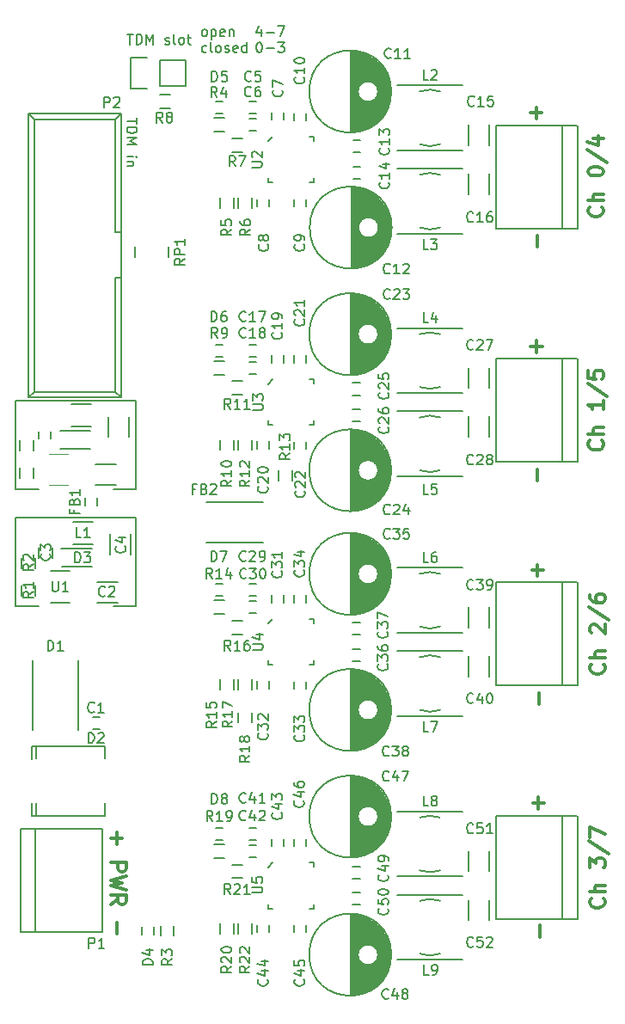
<source format=gbr>
G04 #@! TF.FileFunction,Legend,Top*
%FSLAX46Y46*%
G04 Gerber Fmt 4.6, Leading zero omitted, Abs format (unit mm)*
G04 Created by KiCad (PCBNEW 4.0.2-stable) date 06.12.2016 23:46:42*
%MOMM*%
G01*
G04 APERTURE LIST*
%ADD10C,0.100000*%
%ADD11C,0.200000*%
%ADD12C,0.300000*%
%ADD13C,0.150000*%
G04 APERTURE END LIST*
D10*
D11*
X109566667Y-51485714D02*
X109566667Y-52152381D01*
X109328571Y-51104762D02*
X109090476Y-51819048D01*
X109709524Y-51819048D01*
X110090476Y-51771429D02*
X110852381Y-51771429D01*
X111233333Y-51152381D02*
X111900000Y-51152381D01*
X111471428Y-52152381D01*
X109328571Y-52752381D02*
X109423810Y-52752381D01*
X109519048Y-52800000D01*
X109566667Y-52847619D01*
X109614286Y-52942857D01*
X109661905Y-53133333D01*
X109661905Y-53371429D01*
X109614286Y-53561905D01*
X109566667Y-53657143D01*
X109519048Y-53704762D01*
X109423810Y-53752381D01*
X109328571Y-53752381D01*
X109233333Y-53704762D01*
X109185714Y-53657143D01*
X109138095Y-53561905D01*
X109090476Y-53371429D01*
X109090476Y-53133333D01*
X109138095Y-52942857D01*
X109185714Y-52847619D01*
X109233333Y-52800000D01*
X109328571Y-52752381D01*
X110090476Y-53371429D02*
X110852381Y-53371429D01*
X111233333Y-52752381D02*
X111852381Y-52752381D01*
X111519047Y-53133333D01*
X111661905Y-53133333D01*
X111757143Y-53180952D01*
X111804762Y-53228571D01*
X111852381Y-53323810D01*
X111852381Y-53561905D01*
X111804762Y-53657143D01*
X111757143Y-53704762D01*
X111661905Y-53752381D01*
X111376190Y-53752381D01*
X111280952Y-53704762D01*
X111233333Y-53657143D01*
X103905952Y-52152381D02*
X103810714Y-52104762D01*
X103763095Y-52057143D01*
X103715476Y-51961905D01*
X103715476Y-51676190D01*
X103763095Y-51580952D01*
X103810714Y-51533333D01*
X103905952Y-51485714D01*
X104048810Y-51485714D01*
X104144048Y-51533333D01*
X104191667Y-51580952D01*
X104239286Y-51676190D01*
X104239286Y-51961905D01*
X104191667Y-52057143D01*
X104144048Y-52104762D01*
X104048810Y-52152381D01*
X103905952Y-52152381D01*
X104667857Y-51485714D02*
X104667857Y-52485714D01*
X104667857Y-51533333D02*
X104763095Y-51485714D01*
X104953572Y-51485714D01*
X105048810Y-51533333D01*
X105096429Y-51580952D01*
X105144048Y-51676190D01*
X105144048Y-51961905D01*
X105096429Y-52057143D01*
X105048810Y-52104762D01*
X104953572Y-52152381D01*
X104763095Y-52152381D01*
X104667857Y-52104762D01*
X105953572Y-52104762D02*
X105858334Y-52152381D01*
X105667857Y-52152381D01*
X105572619Y-52104762D01*
X105525000Y-52009524D01*
X105525000Y-51628571D01*
X105572619Y-51533333D01*
X105667857Y-51485714D01*
X105858334Y-51485714D01*
X105953572Y-51533333D01*
X106001191Y-51628571D01*
X106001191Y-51723810D01*
X105525000Y-51819048D01*
X106429762Y-51485714D02*
X106429762Y-52152381D01*
X106429762Y-51580952D02*
X106477381Y-51533333D01*
X106572619Y-51485714D01*
X106715477Y-51485714D01*
X106810715Y-51533333D01*
X106858334Y-51628571D01*
X106858334Y-52152381D01*
X104191667Y-53704762D02*
X104096429Y-53752381D01*
X103905952Y-53752381D01*
X103810714Y-53704762D01*
X103763095Y-53657143D01*
X103715476Y-53561905D01*
X103715476Y-53276190D01*
X103763095Y-53180952D01*
X103810714Y-53133333D01*
X103905952Y-53085714D01*
X104096429Y-53085714D01*
X104191667Y-53133333D01*
X104763095Y-53752381D02*
X104667857Y-53704762D01*
X104620238Y-53609524D01*
X104620238Y-52752381D01*
X105286905Y-53752381D02*
X105191667Y-53704762D01*
X105144048Y-53657143D01*
X105096429Y-53561905D01*
X105096429Y-53276190D01*
X105144048Y-53180952D01*
X105191667Y-53133333D01*
X105286905Y-53085714D01*
X105429763Y-53085714D01*
X105525001Y-53133333D01*
X105572620Y-53180952D01*
X105620239Y-53276190D01*
X105620239Y-53561905D01*
X105572620Y-53657143D01*
X105525001Y-53704762D01*
X105429763Y-53752381D01*
X105286905Y-53752381D01*
X106001191Y-53704762D02*
X106096429Y-53752381D01*
X106286905Y-53752381D01*
X106382144Y-53704762D01*
X106429763Y-53609524D01*
X106429763Y-53561905D01*
X106382144Y-53466667D01*
X106286905Y-53419048D01*
X106144048Y-53419048D01*
X106048810Y-53371429D01*
X106001191Y-53276190D01*
X106001191Y-53228571D01*
X106048810Y-53133333D01*
X106144048Y-53085714D01*
X106286905Y-53085714D01*
X106382144Y-53133333D01*
X107239287Y-53704762D02*
X107144049Y-53752381D01*
X106953572Y-53752381D01*
X106858334Y-53704762D01*
X106810715Y-53609524D01*
X106810715Y-53228571D01*
X106858334Y-53133333D01*
X106953572Y-53085714D01*
X107144049Y-53085714D01*
X107239287Y-53133333D01*
X107286906Y-53228571D01*
X107286906Y-53323810D01*
X106810715Y-53419048D01*
X108144049Y-53752381D02*
X108144049Y-52752381D01*
X108144049Y-53704762D02*
X108048811Y-53752381D01*
X107858334Y-53752381D01*
X107763096Y-53704762D01*
X107715477Y-53657143D01*
X107667858Y-53561905D01*
X107667858Y-53276190D01*
X107715477Y-53180952D01*
X107763096Y-53133333D01*
X107858334Y-53085714D01*
X108048811Y-53085714D01*
X108144049Y-53133333D01*
D12*
X143285714Y-137049999D02*
X143357143Y-137121428D01*
X143428571Y-137335714D01*
X143428571Y-137478571D01*
X143357143Y-137692856D01*
X143214286Y-137835714D01*
X143071429Y-137907142D01*
X142785714Y-137978571D01*
X142571429Y-137978571D01*
X142285714Y-137907142D01*
X142142857Y-137835714D01*
X142000000Y-137692856D01*
X141928571Y-137478571D01*
X141928571Y-137335714D01*
X142000000Y-137121428D01*
X142071429Y-137049999D01*
X143428571Y-136407142D02*
X141928571Y-136407142D01*
X143428571Y-135764285D02*
X142642857Y-135764285D01*
X142500000Y-135835714D01*
X142428571Y-135978571D01*
X142428571Y-136192856D01*
X142500000Y-136335714D01*
X142571429Y-136407142D01*
X141928571Y-134049999D02*
X141928571Y-133121428D01*
X142500000Y-133621428D01*
X142500000Y-133407142D01*
X142571429Y-133264285D01*
X142642857Y-133192856D01*
X142785714Y-133121428D01*
X143142857Y-133121428D01*
X143285714Y-133192856D01*
X143357143Y-133264285D01*
X143428571Y-133407142D01*
X143428571Y-133835714D01*
X143357143Y-133978571D01*
X143285714Y-134049999D01*
X141857143Y-131407143D02*
X143785714Y-132692857D01*
X141928571Y-131049999D02*
X141928571Y-130049999D01*
X143428571Y-130692856D01*
X143310714Y-113999999D02*
X143382143Y-114071428D01*
X143453571Y-114285714D01*
X143453571Y-114428571D01*
X143382143Y-114642856D01*
X143239286Y-114785714D01*
X143096429Y-114857142D01*
X142810714Y-114928571D01*
X142596429Y-114928571D01*
X142310714Y-114857142D01*
X142167857Y-114785714D01*
X142025000Y-114642856D01*
X141953571Y-114428571D01*
X141953571Y-114285714D01*
X142025000Y-114071428D01*
X142096429Y-113999999D01*
X143453571Y-113357142D02*
X141953571Y-113357142D01*
X143453571Y-112714285D02*
X142667857Y-112714285D01*
X142525000Y-112785714D01*
X142453571Y-112928571D01*
X142453571Y-113142856D01*
X142525000Y-113285714D01*
X142596429Y-113357142D01*
X142096429Y-110928571D02*
X142025000Y-110857142D01*
X141953571Y-110714285D01*
X141953571Y-110357142D01*
X142025000Y-110214285D01*
X142096429Y-110142856D01*
X142239286Y-110071428D01*
X142382143Y-110071428D01*
X142596429Y-110142856D01*
X143453571Y-110999999D01*
X143453571Y-110071428D01*
X141882143Y-108357143D02*
X143810714Y-109642857D01*
X141953571Y-107214285D02*
X141953571Y-107499999D01*
X142025000Y-107642856D01*
X142096429Y-107714285D01*
X142310714Y-107857142D01*
X142596429Y-107928571D01*
X143167857Y-107928571D01*
X143310714Y-107857142D01*
X143382143Y-107785714D01*
X143453571Y-107642856D01*
X143453571Y-107357142D01*
X143382143Y-107214285D01*
X143310714Y-107142856D01*
X143167857Y-107071428D01*
X142810714Y-107071428D01*
X142667857Y-107142856D01*
X142596429Y-107214285D01*
X142525000Y-107357142D01*
X142525000Y-107642856D01*
X142596429Y-107785714D01*
X142667857Y-107857142D01*
X142810714Y-107928571D01*
X143160714Y-91974999D02*
X143232143Y-92046428D01*
X143303571Y-92260714D01*
X143303571Y-92403571D01*
X143232143Y-92617856D01*
X143089286Y-92760714D01*
X142946429Y-92832142D01*
X142660714Y-92903571D01*
X142446429Y-92903571D01*
X142160714Y-92832142D01*
X142017857Y-92760714D01*
X141875000Y-92617856D01*
X141803571Y-92403571D01*
X141803571Y-92260714D01*
X141875000Y-92046428D01*
X141946429Y-91974999D01*
X143303571Y-91332142D02*
X141803571Y-91332142D01*
X143303571Y-90689285D02*
X142517857Y-90689285D01*
X142375000Y-90760714D01*
X142303571Y-90903571D01*
X142303571Y-91117856D01*
X142375000Y-91260714D01*
X142446429Y-91332142D01*
X143303571Y-88046428D02*
X143303571Y-88903571D01*
X143303571Y-88474999D02*
X141803571Y-88474999D01*
X142017857Y-88617856D01*
X142160714Y-88760714D01*
X142232143Y-88903571D01*
X141732143Y-86332143D02*
X143660714Y-87617857D01*
X141803571Y-85117856D02*
X141803571Y-85832142D01*
X142517857Y-85903571D01*
X142446429Y-85832142D01*
X142375000Y-85689285D01*
X142375000Y-85332142D01*
X142446429Y-85189285D01*
X142517857Y-85117856D01*
X142660714Y-85046428D01*
X143017857Y-85046428D01*
X143160714Y-85117856D01*
X143232143Y-85189285D01*
X143303571Y-85332142D01*
X143303571Y-85689285D01*
X143232143Y-85832142D01*
X143160714Y-85903571D01*
X143135714Y-68974999D02*
X143207143Y-69046428D01*
X143278571Y-69260714D01*
X143278571Y-69403571D01*
X143207143Y-69617856D01*
X143064286Y-69760714D01*
X142921429Y-69832142D01*
X142635714Y-69903571D01*
X142421429Y-69903571D01*
X142135714Y-69832142D01*
X141992857Y-69760714D01*
X141850000Y-69617856D01*
X141778571Y-69403571D01*
X141778571Y-69260714D01*
X141850000Y-69046428D01*
X141921429Y-68974999D01*
X143278571Y-68332142D02*
X141778571Y-68332142D01*
X143278571Y-67689285D02*
X142492857Y-67689285D01*
X142350000Y-67760714D01*
X142278571Y-67903571D01*
X142278571Y-68117856D01*
X142350000Y-68260714D01*
X142421429Y-68332142D01*
X141778571Y-65546428D02*
X141778571Y-65403571D01*
X141850000Y-65260714D01*
X141921429Y-65189285D01*
X142064286Y-65117856D01*
X142350000Y-65046428D01*
X142707143Y-65046428D01*
X142992857Y-65117856D01*
X143135714Y-65189285D01*
X143207143Y-65260714D01*
X143278571Y-65403571D01*
X143278571Y-65546428D01*
X143207143Y-65689285D01*
X143135714Y-65760714D01*
X142992857Y-65832142D01*
X142707143Y-65903571D01*
X142350000Y-65903571D01*
X142064286Y-65832142D01*
X141921429Y-65760714D01*
X141850000Y-65689285D01*
X141778571Y-65546428D01*
X141707143Y-63332143D02*
X143635714Y-64617857D01*
X142278571Y-62189285D02*
X143278571Y-62189285D01*
X141707143Y-62546428D02*
X142778571Y-62903571D01*
X142778571Y-61974999D01*
D13*
X87650000Y-108275000D02*
X85400000Y-108275000D01*
X97275000Y-108275000D02*
X95025000Y-108275000D01*
X97275000Y-96775000D02*
X95025000Y-96775000D01*
X87650000Y-96775000D02*
X85400000Y-96775000D01*
X85400000Y-88025000D02*
X97275000Y-88025000D01*
X85400000Y-99525000D02*
X97275000Y-99525000D01*
X97275000Y-99525000D02*
X97275000Y-108275000D01*
X85400000Y-108275000D02*
X85400000Y-99525000D01*
X85400000Y-96775000D02*
X85400000Y-88025000D01*
X97275000Y-88025000D02*
X97275000Y-96775000D01*
X89025000Y-103525000D02*
X89025000Y-102500000D01*
X87675000Y-103525000D02*
X87675000Y-102500000D01*
X88825000Y-107950000D02*
X90725000Y-107950000D01*
X88825000Y-104850000D02*
X90725000Y-104850000D01*
X87300000Y-104525000D02*
X87300000Y-103500000D01*
X85950000Y-104525000D02*
X85950000Y-103500000D01*
X85950000Y-107275000D02*
X85950000Y-106250000D01*
X87300000Y-107275000D02*
X87300000Y-106250000D01*
X89925000Y-104400000D02*
X92925000Y-104400000D01*
X89900000Y-102600000D02*
X92900000Y-102600000D01*
X91050000Y-102200000D02*
X92975000Y-102200000D01*
X91025000Y-100000000D02*
X93025000Y-100000000D01*
X96750000Y-103200000D02*
X96750000Y-101175000D01*
X94700000Y-103175000D02*
X94700000Y-101200000D01*
X93425000Y-105875000D02*
X95425000Y-105875000D01*
X93425000Y-107925000D02*
X95425000Y-107925000D01*
D11*
X97347619Y-60221429D02*
X97347619Y-60792858D01*
X96347619Y-60507143D02*
X97347619Y-60507143D01*
X96347619Y-61126191D02*
X97347619Y-61126191D01*
X97347619Y-61364286D01*
X97300000Y-61507144D01*
X97204762Y-61602382D01*
X97109524Y-61650001D01*
X96919048Y-61697620D01*
X96776190Y-61697620D01*
X96585714Y-61650001D01*
X96490476Y-61602382D01*
X96395238Y-61507144D01*
X96347619Y-61364286D01*
X96347619Y-61126191D01*
X96347619Y-62126191D02*
X97347619Y-62126191D01*
X96633333Y-62459525D01*
X97347619Y-62792858D01*
X96347619Y-62792858D01*
X96347619Y-64030953D02*
X97014286Y-64030953D01*
X97347619Y-64030953D02*
X97300000Y-63983334D01*
X97252381Y-64030953D01*
X97300000Y-64078572D01*
X97347619Y-64030953D01*
X97252381Y-64030953D01*
X97014286Y-64507143D02*
X96347619Y-64507143D01*
X96919048Y-64507143D02*
X96966667Y-64554762D01*
X97014286Y-64650000D01*
X97014286Y-64792858D01*
X96966667Y-64888096D01*
X96871429Y-64935715D01*
X96347619Y-64935715D01*
X96382142Y-51952381D02*
X96953571Y-51952381D01*
X96667856Y-52952381D02*
X96667856Y-51952381D01*
X97286904Y-52952381D02*
X97286904Y-51952381D01*
X97524999Y-51952381D01*
X97667857Y-52000000D01*
X97763095Y-52095238D01*
X97810714Y-52190476D01*
X97858333Y-52380952D01*
X97858333Y-52523810D01*
X97810714Y-52714286D01*
X97763095Y-52809524D01*
X97667857Y-52904762D01*
X97524999Y-52952381D01*
X97286904Y-52952381D01*
X98286904Y-52952381D02*
X98286904Y-51952381D01*
X98620238Y-52666667D01*
X98953571Y-51952381D01*
X98953571Y-52952381D01*
X100144047Y-52904762D02*
X100239285Y-52952381D01*
X100429761Y-52952381D01*
X100525000Y-52904762D01*
X100572619Y-52809524D01*
X100572619Y-52761905D01*
X100525000Y-52666667D01*
X100429761Y-52619048D01*
X100286904Y-52619048D01*
X100191666Y-52571429D01*
X100144047Y-52476190D01*
X100144047Y-52428571D01*
X100191666Y-52333333D01*
X100286904Y-52285714D01*
X100429761Y-52285714D01*
X100525000Y-52333333D01*
X101144047Y-52952381D02*
X101048809Y-52904762D01*
X101001190Y-52809524D01*
X101001190Y-51952381D01*
X101667857Y-52952381D02*
X101572619Y-52904762D01*
X101525000Y-52857143D01*
X101477381Y-52761905D01*
X101477381Y-52476190D01*
X101525000Y-52380952D01*
X101572619Y-52333333D01*
X101667857Y-52285714D01*
X101810715Y-52285714D01*
X101905953Y-52333333D01*
X101953572Y-52380952D01*
X102001191Y-52476190D01*
X102001191Y-52761905D01*
X101953572Y-52857143D01*
X101905953Y-52904762D01*
X101810715Y-52952381D01*
X101667857Y-52952381D01*
X102286905Y-52285714D02*
X102667857Y-52285714D01*
X102429762Y-51952381D02*
X102429762Y-52809524D01*
X102477381Y-52904762D01*
X102572619Y-52952381D01*
X102667857Y-52952381D01*
D12*
X95342857Y-130550000D02*
X95342857Y-131692857D01*
X94771429Y-131121428D02*
X95914286Y-131121428D01*
X94771429Y-133550000D02*
X96271429Y-133550000D01*
X96271429Y-134121428D01*
X96200000Y-134264286D01*
X96128571Y-134335714D01*
X95985714Y-134407143D01*
X95771429Y-134407143D01*
X95628571Y-134335714D01*
X95557143Y-134264286D01*
X95485714Y-134121428D01*
X95485714Y-133550000D01*
X96271429Y-134907143D02*
X94771429Y-135264286D01*
X95842857Y-135550000D01*
X94771429Y-135835714D01*
X96271429Y-136192857D01*
X94771429Y-137621429D02*
X95485714Y-137121429D01*
X94771429Y-136764286D02*
X96271429Y-136764286D01*
X96271429Y-137335714D01*
X96200000Y-137478572D01*
X96128571Y-137550000D01*
X95985714Y-137621429D01*
X95771429Y-137621429D01*
X95628571Y-137550000D01*
X95557143Y-137478572D01*
X95485714Y-137335714D01*
X95485714Y-136764286D01*
X95342857Y-139407143D02*
X95342857Y-140550000D01*
X136328572Y-127657143D02*
X137471429Y-127657143D01*
X136900000Y-128228571D02*
X136900000Y-127085714D01*
X137007143Y-140871428D02*
X137007143Y-139728571D01*
X136228572Y-104757143D02*
X137371429Y-104757143D01*
X136800000Y-105328571D02*
X136800000Y-104185714D01*
X136907143Y-117971428D02*
X136907143Y-116828571D01*
X136128572Y-82707143D02*
X137271429Y-82707143D01*
X136700000Y-83278571D02*
X136700000Y-82135714D01*
X136807143Y-95921428D02*
X136807143Y-94778571D01*
X136757143Y-72921428D02*
X136757143Y-71778571D01*
X136078572Y-59707143D02*
X137221429Y-59707143D01*
X136650000Y-60278571D02*
X136650000Y-59135714D01*
D13*
X118475000Y-67001000D02*
X118475000Y-74999000D01*
X118615000Y-67006000D02*
X118615000Y-74994000D01*
X118755000Y-67016000D02*
X118755000Y-74984000D01*
X118895000Y-67031000D02*
X118895000Y-74969000D01*
X119035000Y-67051000D02*
X119035000Y-74949000D01*
X119175000Y-67076000D02*
X119175000Y-70778000D01*
X119175000Y-71222000D02*
X119175000Y-74924000D01*
X119315000Y-67106000D02*
X119315000Y-70450000D01*
X119315000Y-71550000D02*
X119315000Y-74894000D01*
X119455000Y-67142000D02*
X119455000Y-70281000D01*
X119455000Y-71719000D02*
X119455000Y-74858000D01*
X119595000Y-67183000D02*
X119595000Y-70168000D01*
X119595000Y-71832000D02*
X119595000Y-74817000D01*
X119735000Y-67229000D02*
X119735000Y-70090000D01*
X119735000Y-71910000D02*
X119735000Y-74771000D01*
X119875000Y-67282000D02*
X119875000Y-70039000D01*
X119875000Y-71961000D02*
X119875000Y-74718000D01*
X120015000Y-67341000D02*
X120015000Y-70009000D01*
X120015000Y-71991000D02*
X120015000Y-74659000D01*
X120155000Y-67406000D02*
X120155000Y-70000000D01*
X120155000Y-72000000D02*
X120155000Y-74594000D01*
X120295000Y-67477000D02*
X120295000Y-70011000D01*
X120295000Y-71989000D02*
X120295000Y-74523000D01*
X120435000Y-67556000D02*
X120435000Y-70041000D01*
X120435000Y-71959000D02*
X120435000Y-74444000D01*
X120575000Y-67643000D02*
X120575000Y-70095000D01*
X120575000Y-71905000D02*
X120575000Y-74357000D01*
X120715000Y-67738000D02*
X120715000Y-70175000D01*
X120715000Y-71825000D02*
X120715000Y-74262000D01*
X120855000Y-67842000D02*
X120855000Y-70291000D01*
X120855000Y-71709000D02*
X120855000Y-74158000D01*
X120995000Y-67956000D02*
X120995000Y-70465000D01*
X120995000Y-71535000D02*
X120995000Y-74044000D01*
X121135000Y-68081000D02*
X121135000Y-70827000D01*
X121135000Y-71173000D02*
X121135000Y-73919000D01*
X121275000Y-68219000D02*
X121275000Y-73781000D01*
X121415000Y-68371000D02*
X121415000Y-73629000D01*
X121555000Y-68541000D02*
X121555000Y-73459000D01*
X121695000Y-68732000D02*
X121695000Y-73268000D01*
X121835000Y-68950000D02*
X121835000Y-73050000D01*
X121975000Y-69206000D02*
X121975000Y-72794000D01*
X122115000Y-69517000D02*
X122115000Y-72483000D01*
X122255000Y-69933000D02*
X122255000Y-72067000D01*
X122395000Y-70800000D02*
X122395000Y-71200000D01*
X121150000Y-71000000D02*
G75*
G03X121150000Y-71000000I-1000000J0D01*
G01*
X122437500Y-71000000D02*
G75*
G03X122437500Y-71000000I-4037500J0D01*
G01*
X93700000Y-120400000D02*
X93000000Y-120400000D01*
X93000000Y-119200000D02*
X93700000Y-119200000D01*
X93250000Y-96350000D02*
X95250000Y-96350000D01*
X95250000Y-94300000D02*
X93250000Y-94300000D01*
X87650000Y-91775000D02*
X87650000Y-91075000D01*
X88850000Y-91075000D02*
X88850000Y-91775000D01*
X94525000Y-89625000D02*
X94525000Y-91625000D01*
X96575000Y-91625000D02*
X96575000Y-89625000D01*
X109100000Y-59800000D02*
X108400000Y-59800000D01*
X108400000Y-58600000D02*
X109100000Y-58600000D01*
X109100000Y-61500000D02*
X108400000Y-61500000D01*
X108400000Y-60300000D02*
X109100000Y-60300000D01*
X111800000Y-59700000D02*
X111800000Y-60400000D01*
X110600000Y-60400000D02*
X110600000Y-59700000D01*
X109200000Y-68900000D02*
X109200000Y-68200000D01*
X110400000Y-68200000D02*
X110400000Y-68900000D01*
X114000000Y-68200000D02*
X114000000Y-68900000D01*
X112800000Y-68900000D02*
X112800000Y-68200000D01*
X112800000Y-60450000D02*
X112800000Y-59750000D01*
X114000000Y-59750000D02*
X114000000Y-60450000D01*
X118425000Y-53601000D02*
X118425000Y-61599000D01*
X118565000Y-53606000D02*
X118565000Y-61594000D01*
X118705000Y-53616000D02*
X118705000Y-61584000D01*
X118845000Y-53631000D02*
X118845000Y-61569000D01*
X118985000Y-53651000D02*
X118985000Y-61549000D01*
X119125000Y-53676000D02*
X119125000Y-57378000D01*
X119125000Y-57822000D02*
X119125000Y-61524000D01*
X119265000Y-53706000D02*
X119265000Y-57050000D01*
X119265000Y-58150000D02*
X119265000Y-61494000D01*
X119405000Y-53742000D02*
X119405000Y-56881000D01*
X119405000Y-58319000D02*
X119405000Y-61458000D01*
X119545000Y-53783000D02*
X119545000Y-56768000D01*
X119545000Y-58432000D02*
X119545000Y-61417000D01*
X119685000Y-53829000D02*
X119685000Y-56690000D01*
X119685000Y-58510000D02*
X119685000Y-61371000D01*
X119825000Y-53882000D02*
X119825000Y-56639000D01*
X119825000Y-58561000D02*
X119825000Y-61318000D01*
X119965000Y-53941000D02*
X119965000Y-56609000D01*
X119965000Y-58591000D02*
X119965000Y-61259000D01*
X120105000Y-54006000D02*
X120105000Y-56600000D01*
X120105000Y-58600000D02*
X120105000Y-61194000D01*
X120245000Y-54077000D02*
X120245000Y-56611000D01*
X120245000Y-58589000D02*
X120245000Y-61123000D01*
X120385000Y-54156000D02*
X120385000Y-56641000D01*
X120385000Y-58559000D02*
X120385000Y-61044000D01*
X120525000Y-54243000D02*
X120525000Y-56695000D01*
X120525000Y-58505000D02*
X120525000Y-60957000D01*
X120665000Y-54338000D02*
X120665000Y-56775000D01*
X120665000Y-58425000D02*
X120665000Y-60862000D01*
X120805000Y-54442000D02*
X120805000Y-56891000D01*
X120805000Y-58309000D02*
X120805000Y-60758000D01*
X120945000Y-54556000D02*
X120945000Y-57065000D01*
X120945000Y-58135000D02*
X120945000Y-60644000D01*
X121085000Y-54681000D02*
X121085000Y-57427000D01*
X121085000Y-57773000D02*
X121085000Y-60519000D01*
X121225000Y-54819000D02*
X121225000Y-60381000D01*
X121365000Y-54971000D02*
X121365000Y-60229000D01*
X121505000Y-55141000D02*
X121505000Y-60059000D01*
X121645000Y-55332000D02*
X121645000Y-59868000D01*
X121785000Y-55550000D02*
X121785000Y-59650000D01*
X121925000Y-55806000D02*
X121925000Y-59394000D01*
X122065000Y-56117000D02*
X122065000Y-59083000D01*
X122205000Y-56533000D02*
X122205000Y-58667000D01*
X122345000Y-57400000D02*
X122345000Y-57800000D01*
X121100000Y-57600000D02*
G75*
G03X121100000Y-57600000I-1000000J0D01*
G01*
X122387500Y-57600000D02*
G75*
G03X122387500Y-57600000I-4037500J0D01*
G01*
X118650000Y-62400000D02*
X119350000Y-62400000D01*
X119350000Y-63600000D02*
X118650000Y-63600000D01*
X119350000Y-66200000D02*
X118650000Y-66200000D01*
X118650000Y-65000000D02*
X119350000Y-65000000D01*
X91550000Y-120500000D02*
X91550000Y-113650000D01*
X87050000Y-120500000D02*
X87050000Y-113650000D01*
X87450540Y-128901060D02*
X87450540Y-127699640D01*
X87450540Y-122098940D02*
X87450540Y-123300360D01*
X94199180Y-128901060D02*
X94199180Y-127699640D01*
X94199180Y-122098940D02*
X94199180Y-123300360D01*
X87000820Y-128901060D02*
X87000820Y-127648840D01*
X87000820Y-122098940D02*
X87000820Y-123351160D01*
X87000820Y-128901060D02*
X94199180Y-128901060D01*
X87000820Y-122098940D02*
X94199180Y-122098940D01*
X89750000Y-92825000D02*
X92750000Y-92825000D01*
X89750000Y-91025000D02*
X92750000Y-91025000D01*
X99000000Y-139900000D02*
X99000000Y-140600000D01*
X97800000Y-140600000D02*
X97800000Y-139900000D01*
X105100000Y-58600000D02*
X105800000Y-58600000D01*
X105800000Y-59800000D02*
X105100000Y-59800000D01*
X92200000Y-98350000D02*
X92200000Y-97650000D01*
X93400000Y-97650000D02*
X93400000Y-98350000D01*
X104200000Y-102000000D02*
X109800000Y-102000000D01*
X104200000Y-98000000D02*
X109800000Y-98000000D01*
X92850000Y-88425000D02*
X90850000Y-88425000D01*
X90850000Y-90625000D02*
X92850000Y-90625000D01*
X123000000Y-63400000D02*
X129400000Y-63400000D01*
X123000000Y-57000000D02*
X129400000Y-57000000D01*
X125203405Y-62801307D02*
G75*
G03X127200000Y-62800000I996595J2601307D01*
G01*
X127196595Y-57598693D02*
G75*
G03X125200000Y-57600000I-996595J-2601307D01*
G01*
X123000000Y-71600000D02*
X129400000Y-71600000D01*
X123000000Y-65200000D02*
X129400000Y-65200000D01*
X125203405Y-71001307D02*
G75*
G03X127200000Y-71000000I996595J2601307D01*
G01*
X127196595Y-65798693D02*
G75*
G03X125200000Y-65800000I-996595J-2601307D01*
G01*
X87360000Y-140380000D02*
X87360000Y-130220000D01*
X85900000Y-140380000D02*
X93900000Y-140380000D01*
X93900000Y-140380000D02*
X93900000Y-130220000D01*
X93900000Y-130220000D02*
X85900000Y-130220000D01*
X85850000Y-130220000D02*
X85850000Y-140380000D01*
X86680000Y-87700000D02*
X86680000Y-59760000D01*
X87230000Y-87160000D02*
X87230000Y-60320000D01*
X95780000Y-87700000D02*
X95780000Y-59760000D01*
X95230000Y-87160000D02*
X95230000Y-75980000D01*
X95230000Y-71480000D02*
X95230000Y-60320000D01*
X95230000Y-75980000D02*
X95780000Y-75980000D01*
X95230000Y-71480000D02*
X95780000Y-71480000D01*
X86680000Y-87700000D02*
X95780000Y-87700000D01*
X87230000Y-87160000D02*
X95230000Y-87160000D01*
X86680000Y-59760000D02*
X95780000Y-59760000D01*
X87230000Y-60320000D02*
X95230000Y-60320000D01*
X86680000Y-87700000D02*
X87230000Y-87160000D01*
X86680000Y-59760000D02*
X87230000Y-60320000D01*
X95780000Y-87700000D02*
X95230000Y-87160000D01*
X95780000Y-59760000D02*
X95230000Y-60320000D01*
X139240000Y-60920000D02*
X139240000Y-71080000D01*
X140700000Y-60920000D02*
X132700000Y-60920000D01*
X132700000Y-60920000D02*
X132700000Y-71080000D01*
X132700000Y-71080000D02*
X140700000Y-71080000D01*
X140750000Y-71080000D02*
X140750000Y-60920000D01*
X87125000Y-94675000D02*
X87125000Y-95675000D01*
X85775000Y-95675000D02*
X85775000Y-94675000D01*
X85775000Y-92925000D02*
X85775000Y-91925000D01*
X87125000Y-91925000D02*
X87125000Y-92925000D01*
X101000000Y-139750000D02*
X101000000Y-140750000D01*
X99650000Y-140750000D02*
X99650000Y-139750000D01*
X105950000Y-61575000D02*
X104950000Y-61575000D01*
X104950000Y-60225000D02*
X105950000Y-60225000D01*
X106875000Y-68050000D02*
X106875000Y-69050000D01*
X105525000Y-69050000D02*
X105525000Y-68050000D01*
X108675000Y-68050000D02*
X108675000Y-69050000D01*
X107325000Y-69050000D02*
X107325000Y-68050000D01*
X107700000Y-63575000D02*
X106700000Y-63575000D01*
X106700000Y-62225000D02*
X107700000Y-62225000D01*
X97125000Y-73900000D02*
X97125000Y-72900000D01*
X100475000Y-73900000D02*
X100475000Y-72900000D01*
D10*
X88500000Y-93275000D02*
G75*
G03X88500000Y-93275000I-50000J0D01*
G01*
X88650000Y-96375000D02*
X90550000Y-96375000D01*
X88650000Y-93275000D02*
X90550000Y-93275000D01*
D13*
X129975000Y-60900000D02*
X129975000Y-62900000D01*
X132025000Y-62900000D02*
X132025000Y-60900000D01*
X132025000Y-67700000D02*
X132025000Y-65700000D01*
X129975000Y-65700000D02*
X129975000Y-67700000D01*
X110700000Y-62050000D02*
X110250000Y-62500000D01*
X114750000Y-62050000D02*
X114750000Y-62475000D01*
X110250000Y-66550000D02*
X110250000Y-66125000D01*
X114750000Y-66550000D02*
X114750000Y-66125000D01*
X110250000Y-66550000D02*
X110675000Y-66550000D01*
X114750000Y-66550000D02*
X114325000Y-66550000D01*
X114750000Y-62050000D02*
X114325000Y-62050000D01*
X100590000Y-59285000D02*
X99590000Y-59285000D01*
X99590000Y-57935000D02*
X100590000Y-57935000D01*
X109100000Y-83700000D02*
X108400000Y-83700000D01*
X108400000Y-82500000D02*
X109100000Y-82500000D01*
X109100000Y-85400000D02*
X108400000Y-85400000D01*
X108400000Y-84200000D02*
X109100000Y-84200000D01*
X111800000Y-83600000D02*
X111800000Y-84300000D01*
X110600000Y-84300000D02*
X110600000Y-83600000D01*
X109200000Y-92750000D02*
X109200000Y-92050000D01*
X110400000Y-92050000D02*
X110400000Y-92750000D01*
X112800000Y-84300000D02*
X112800000Y-83600000D01*
X114000000Y-83600000D02*
X114000000Y-84300000D01*
X114000000Y-92100000D02*
X114000000Y-92800000D01*
X112800000Y-92800000D02*
X112800000Y-92100000D01*
X118425000Y-77501000D02*
X118425000Y-85499000D01*
X118565000Y-77506000D02*
X118565000Y-85494000D01*
X118705000Y-77516000D02*
X118705000Y-85484000D01*
X118845000Y-77531000D02*
X118845000Y-85469000D01*
X118985000Y-77551000D02*
X118985000Y-85449000D01*
X119125000Y-77576000D02*
X119125000Y-81278000D01*
X119125000Y-81722000D02*
X119125000Y-85424000D01*
X119265000Y-77606000D02*
X119265000Y-80950000D01*
X119265000Y-82050000D02*
X119265000Y-85394000D01*
X119405000Y-77642000D02*
X119405000Y-80781000D01*
X119405000Y-82219000D02*
X119405000Y-85358000D01*
X119545000Y-77683000D02*
X119545000Y-80668000D01*
X119545000Y-82332000D02*
X119545000Y-85317000D01*
X119685000Y-77729000D02*
X119685000Y-80590000D01*
X119685000Y-82410000D02*
X119685000Y-85271000D01*
X119825000Y-77782000D02*
X119825000Y-80539000D01*
X119825000Y-82461000D02*
X119825000Y-85218000D01*
X119965000Y-77841000D02*
X119965000Y-80509000D01*
X119965000Y-82491000D02*
X119965000Y-85159000D01*
X120105000Y-77906000D02*
X120105000Y-80500000D01*
X120105000Y-82500000D02*
X120105000Y-85094000D01*
X120245000Y-77977000D02*
X120245000Y-80511000D01*
X120245000Y-82489000D02*
X120245000Y-85023000D01*
X120385000Y-78056000D02*
X120385000Y-80541000D01*
X120385000Y-82459000D02*
X120385000Y-84944000D01*
X120525000Y-78143000D02*
X120525000Y-80595000D01*
X120525000Y-82405000D02*
X120525000Y-84857000D01*
X120665000Y-78238000D02*
X120665000Y-80675000D01*
X120665000Y-82325000D02*
X120665000Y-84762000D01*
X120805000Y-78342000D02*
X120805000Y-80791000D01*
X120805000Y-82209000D02*
X120805000Y-84658000D01*
X120945000Y-78456000D02*
X120945000Y-80965000D01*
X120945000Y-82035000D02*
X120945000Y-84544000D01*
X121085000Y-78581000D02*
X121085000Y-81327000D01*
X121085000Y-81673000D02*
X121085000Y-84419000D01*
X121225000Y-78719000D02*
X121225000Y-84281000D01*
X121365000Y-78871000D02*
X121365000Y-84129000D01*
X121505000Y-79041000D02*
X121505000Y-83959000D01*
X121645000Y-79232000D02*
X121645000Y-83768000D01*
X121785000Y-79450000D02*
X121785000Y-83550000D01*
X121925000Y-79706000D02*
X121925000Y-83294000D01*
X122065000Y-80017000D02*
X122065000Y-82983000D01*
X122205000Y-80433000D02*
X122205000Y-82567000D01*
X122345000Y-81300000D02*
X122345000Y-81700000D01*
X121100000Y-81500000D02*
G75*
G03X121100000Y-81500000I-1000000J0D01*
G01*
X122387500Y-81500000D02*
G75*
G03X122387500Y-81500000I-4037500J0D01*
G01*
X118425000Y-90901000D02*
X118425000Y-98899000D01*
X118565000Y-90906000D02*
X118565000Y-98894000D01*
X118705000Y-90916000D02*
X118705000Y-98884000D01*
X118845000Y-90931000D02*
X118845000Y-98869000D01*
X118985000Y-90951000D02*
X118985000Y-98849000D01*
X119125000Y-90976000D02*
X119125000Y-94678000D01*
X119125000Y-95122000D02*
X119125000Y-98824000D01*
X119265000Y-91006000D02*
X119265000Y-94350000D01*
X119265000Y-95450000D02*
X119265000Y-98794000D01*
X119405000Y-91042000D02*
X119405000Y-94181000D01*
X119405000Y-95619000D02*
X119405000Y-98758000D01*
X119545000Y-91083000D02*
X119545000Y-94068000D01*
X119545000Y-95732000D02*
X119545000Y-98717000D01*
X119685000Y-91129000D02*
X119685000Y-93990000D01*
X119685000Y-95810000D02*
X119685000Y-98671000D01*
X119825000Y-91182000D02*
X119825000Y-93939000D01*
X119825000Y-95861000D02*
X119825000Y-98618000D01*
X119965000Y-91241000D02*
X119965000Y-93909000D01*
X119965000Y-95891000D02*
X119965000Y-98559000D01*
X120105000Y-91306000D02*
X120105000Y-93900000D01*
X120105000Y-95900000D02*
X120105000Y-98494000D01*
X120245000Y-91377000D02*
X120245000Y-93911000D01*
X120245000Y-95889000D02*
X120245000Y-98423000D01*
X120385000Y-91456000D02*
X120385000Y-93941000D01*
X120385000Y-95859000D02*
X120385000Y-98344000D01*
X120525000Y-91543000D02*
X120525000Y-93995000D01*
X120525000Y-95805000D02*
X120525000Y-98257000D01*
X120665000Y-91638000D02*
X120665000Y-94075000D01*
X120665000Y-95725000D02*
X120665000Y-98162000D01*
X120805000Y-91742000D02*
X120805000Y-94191000D01*
X120805000Y-95609000D02*
X120805000Y-98058000D01*
X120945000Y-91856000D02*
X120945000Y-94365000D01*
X120945000Y-95435000D02*
X120945000Y-97944000D01*
X121085000Y-91981000D02*
X121085000Y-94727000D01*
X121085000Y-95073000D02*
X121085000Y-97819000D01*
X121225000Y-92119000D02*
X121225000Y-97681000D01*
X121365000Y-92271000D02*
X121365000Y-97529000D01*
X121505000Y-92441000D02*
X121505000Y-97359000D01*
X121645000Y-92632000D02*
X121645000Y-97168000D01*
X121785000Y-92850000D02*
X121785000Y-96950000D01*
X121925000Y-93106000D02*
X121925000Y-96694000D01*
X122065000Y-93417000D02*
X122065000Y-96383000D01*
X122205000Y-93833000D02*
X122205000Y-95967000D01*
X122345000Y-94700000D02*
X122345000Y-95100000D01*
X121100000Y-94900000D02*
G75*
G03X121100000Y-94900000I-1000000J0D01*
G01*
X122387500Y-94900000D02*
G75*
G03X122387500Y-94900000I-4037500J0D01*
G01*
X118600000Y-86300000D02*
X119300000Y-86300000D01*
X119300000Y-87500000D02*
X118600000Y-87500000D01*
X119300000Y-90100000D02*
X118600000Y-90100000D01*
X118600000Y-88900000D02*
X119300000Y-88900000D01*
X129975000Y-84800000D02*
X129975000Y-86800000D01*
X132025000Y-86800000D02*
X132025000Y-84800000D01*
X132025000Y-91600000D02*
X132025000Y-89600000D01*
X129975000Y-89600000D02*
X129975000Y-91600000D01*
X105100000Y-82500000D02*
X105800000Y-82500000D01*
X105800000Y-83700000D02*
X105100000Y-83700000D01*
X123000000Y-87300000D02*
X129400000Y-87300000D01*
X123000000Y-80900000D02*
X129400000Y-80900000D01*
X125203405Y-86701307D02*
G75*
G03X127200000Y-86700000I996595J2601307D01*
G01*
X127196595Y-81498693D02*
G75*
G03X125200000Y-81500000I-996595J-2601307D01*
G01*
X123000000Y-95500000D02*
X129400000Y-95500000D01*
X123000000Y-89100000D02*
X129400000Y-89100000D01*
X125203405Y-94901307D02*
G75*
G03X127200000Y-94900000I996595J2601307D01*
G01*
X127196595Y-89698693D02*
G75*
G03X125200000Y-89700000I-996595J-2601307D01*
G01*
X139240000Y-83920000D02*
X139240000Y-94080000D01*
X140700000Y-83920000D02*
X132700000Y-83920000D01*
X132700000Y-83920000D02*
X132700000Y-94080000D01*
X132700000Y-94080000D02*
X140700000Y-94080000D01*
X140750000Y-94080000D02*
X140750000Y-83920000D01*
X105950000Y-85475000D02*
X104950000Y-85475000D01*
X104950000Y-84125000D02*
X105950000Y-84125000D01*
X106875000Y-91900000D02*
X106875000Y-92900000D01*
X105525000Y-92900000D02*
X105525000Y-91900000D01*
X107700000Y-87475000D02*
X106700000Y-87475000D01*
X106700000Y-86125000D02*
X107700000Y-86125000D01*
X108675000Y-91900000D02*
X108675000Y-92900000D01*
X107325000Y-92900000D02*
X107325000Y-91900000D01*
X112625000Y-94900000D02*
X112625000Y-95900000D01*
X111275000Y-95900000D02*
X111275000Y-94900000D01*
X110700000Y-85950000D02*
X110250000Y-86400000D01*
X114750000Y-85950000D02*
X114750000Y-86375000D01*
X110250000Y-90450000D02*
X110250000Y-90025000D01*
X114750000Y-90450000D02*
X114750000Y-90025000D01*
X110250000Y-90450000D02*
X110675000Y-90450000D01*
X114750000Y-90450000D02*
X114325000Y-90450000D01*
X114750000Y-85950000D02*
X114325000Y-85950000D01*
X109100000Y-107300000D02*
X108400000Y-107300000D01*
X108400000Y-106100000D02*
X109100000Y-106100000D01*
X109100000Y-109000000D02*
X108400000Y-109000000D01*
X108400000Y-107800000D02*
X109100000Y-107800000D01*
X111800000Y-107200000D02*
X111800000Y-107900000D01*
X110600000Y-107900000D02*
X110600000Y-107200000D01*
X109200000Y-116375000D02*
X109200000Y-115675000D01*
X110400000Y-115675000D02*
X110400000Y-116375000D01*
X114000000Y-115700000D02*
X114000000Y-116400000D01*
X112800000Y-116400000D02*
X112800000Y-115700000D01*
X112800000Y-107900000D02*
X112800000Y-107200000D01*
X114000000Y-107200000D02*
X114000000Y-107900000D01*
X118425000Y-101101000D02*
X118425000Y-109099000D01*
X118565000Y-101106000D02*
X118565000Y-109094000D01*
X118705000Y-101116000D02*
X118705000Y-109084000D01*
X118845000Y-101131000D02*
X118845000Y-109069000D01*
X118985000Y-101151000D02*
X118985000Y-109049000D01*
X119125000Y-101176000D02*
X119125000Y-104878000D01*
X119125000Y-105322000D02*
X119125000Y-109024000D01*
X119265000Y-101206000D02*
X119265000Y-104550000D01*
X119265000Y-105650000D02*
X119265000Y-108994000D01*
X119405000Y-101242000D02*
X119405000Y-104381000D01*
X119405000Y-105819000D02*
X119405000Y-108958000D01*
X119545000Y-101283000D02*
X119545000Y-104268000D01*
X119545000Y-105932000D02*
X119545000Y-108917000D01*
X119685000Y-101329000D02*
X119685000Y-104190000D01*
X119685000Y-106010000D02*
X119685000Y-108871000D01*
X119825000Y-101382000D02*
X119825000Y-104139000D01*
X119825000Y-106061000D02*
X119825000Y-108818000D01*
X119965000Y-101441000D02*
X119965000Y-104109000D01*
X119965000Y-106091000D02*
X119965000Y-108759000D01*
X120105000Y-101506000D02*
X120105000Y-104100000D01*
X120105000Y-106100000D02*
X120105000Y-108694000D01*
X120245000Y-101577000D02*
X120245000Y-104111000D01*
X120245000Y-106089000D02*
X120245000Y-108623000D01*
X120385000Y-101656000D02*
X120385000Y-104141000D01*
X120385000Y-106059000D02*
X120385000Y-108544000D01*
X120525000Y-101743000D02*
X120525000Y-104195000D01*
X120525000Y-106005000D02*
X120525000Y-108457000D01*
X120665000Y-101838000D02*
X120665000Y-104275000D01*
X120665000Y-105925000D02*
X120665000Y-108362000D01*
X120805000Y-101942000D02*
X120805000Y-104391000D01*
X120805000Y-105809000D02*
X120805000Y-108258000D01*
X120945000Y-102056000D02*
X120945000Y-104565000D01*
X120945000Y-105635000D02*
X120945000Y-108144000D01*
X121085000Y-102181000D02*
X121085000Y-104927000D01*
X121085000Y-105273000D02*
X121085000Y-108019000D01*
X121225000Y-102319000D02*
X121225000Y-107881000D01*
X121365000Y-102471000D02*
X121365000Y-107729000D01*
X121505000Y-102641000D02*
X121505000Y-107559000D01*
X121645000Y-102832000D02*
X121645000Y-107368000D01*
X121785000Y-103050000D02*
X121785000Y-107150000D01*
X121925000Y-103306000D02*
X121925000Y-106894000D01*
X122065000Y-103617000D02*
X122065000Y-106583000D01*
X122205000Y-104033000D02*
X122205000Y-106167000D01*
X122345000Y-104900000D02*
X122345000Y-105300000D01*
X121100000Y-105100000D02*
G75*
G03X121100000Y-105100000I-1000000J0D01*
G01*
X122387500Y-105100000D02*
G75*
G03X122387500Y-105100000I-4037500J0D01*
G01*
X118425000Y-114501000D02*
X118425000Y-122499000D01*
X118565000Y-114506000D02*
X118565000Y-122494000D01*
X118705000Y-114516000D02*
X118705000Y-122484000D01*
X118845000Y-114531000D02*
X118845000Y-122469000D01*
X118985000Y-114551000D02*
X118985000Y-122449000D01*
X119125000Y-114576000D02*
X119125000Y-118278000D01*
X119125000Y-118722000D02*
X119125000Y-122424000D01*
X119265000Y-114606000D02*
X119265000Y-117950000D01*
X119265000Y-119050000D02*
X119265000Y-122394000D01*
X119405000Y-114642000D02*
X119405000Y-117781000D01*
X119405000Y-119219000D02*
X119405000Y-122358000D01*
X119545000Y-114683000D02*
X119545000Y-117668000D01*
X119545000Y-119332000D02*
X119545000Y-122317000D01*
X119685000Y-114729000D02*
X119685000Y-117590000D01*
X119685000Y-119410000D02*
X119685000Y-122271000D01*
X119825000Y-114782000D02*
X119825000Y-117539000D01*
X119825000Y-119461000D02*
X119825000Y-122218000D01*
X119965000Y-114841000D02*
X119965000Y-117509000D01*
X119965000Y-119491000D02*
X119965000Y-122159000D01*
X120105000Y-114906000D02*
X120105000Y-117500000D01*
X120105000Y-119500000D02*
X120105000Y-122094000D01*
X120245000Y-114977000D02*
X120245000Y-117511000D01*
X120245000Y-119489000D02*
X120245000Y-122023000D01*
X120385000Y-115056000D02*
X120385000Y-117541000D01*
X120385000Y-119459000D02*
X120385000Y-121944000D01*
X120525000Y-115143000D02*
X120525000Y-117595000D01*
X120525000Y-119405000D02*
X120525000Y-121857000D01*
X120665000Y-115238000D02*
X120665000Y-117675000D01*
X120665000Y-119325000D02*
X120665000Y-121762000D01*
X120805000Y-115342000D02*
X120805000Y-117791000D01*
X120805000Y-119209000D02*
X120805000Y-121658000D01*
X120945000Y-115456000D02*
X120945000Y-117965000D01*
X120945000Y-119035000D02*
X120945000Y-121544000D01*
X121085000Y-115581000D02*
X121085000Y-118327000D01*
X121085000Y-118673000D02*
X121085000Y-121419000D01*
X121225000Y-115719000D02*
X121225000Y-121281000D01*
X121365000Y-115871000D02*
X121365000Y-121129000D01*
X121505000Y-116041000D02*
X121505000Y-120959000D01*
X121645000Y-116232000D02*
X121645000Y-120768000D01*
X121785000Y-116450000D02*
X121785000Y-120550000D01*
X121925000Y-116706000D02*
X121925000Y-120294000D01*
X122065000Y-117017000D02*
X122065000Y-119983000D01*
X122205000Y-117433000D02*
X122205000Y-119567000D01*
X122345000Y-118300000D02*
X122345000Y-118700000D01*
X121100000Y-118500000D02*
G75*
G03X121100000Y-118500000I-1000000J0D01*
G01*
X122387500Y-118500000D02*
G75*
G03X122387500Y-118500000I-4037500J0D01*
G01*
X118600000Y-109900000D02*
X119300000Y-109900000D01*
X119300000Y-111100000D02*
X118600000Y-111100000D01*
X119300000Y-113700000D02*
X118600000Y-113700000D01*
X118600000Y-112500000D02*
X119300000Y-112500000D01*
X129975000Y-108400000D02*
X129975000Y-110400000D01*
X132025000Y-110400000D02*
X132025000Y-108400000D01*
X132025000Y-115200000D02*
X132025000Y-113200000D01*
X129975000Y-113200000D02*
X129975000Y-115200000D01*
X105100000Y-106100000D02*
X105800000Y-106100000D01*
X105800000Y-107300000D02*
X105100000Y-107300000D01*
X123000000Y-110900000D02*
X129400000Y-110900000D01*
X123000000Y-104500000D02*
X129400000Y-104500000D01*
X125203405Y-110301307D02*
G75*
G03X127200000Y-110300000I996595J2601307D01*
G01*
X127196595Y-105098693D02*
G75*
G03X125200000Y-105100000I-996595J-2601307D01*
G01*
X123000000Y-119100000D02*
X129400000Y-119100000D01*
X123000000Y-112700000D02*
X129400000Y-112700000D01*
X125203405Y-118501307D02*
G75*
G03X127200000Y-118500000I996595J2601307D01*
G01*
X127196595Y-113298693D02*
G75*
G03X125200000Y-113300000I-996595J-2601307D01*
G01*
X139240000Y-105920000D02*
X139240000Y-116080000D01*
X140700000Y-105920000D02*
X132700000Y-105920000D01*
X132700000Y-105920000D02*
X132700000Y-116080000D01*
X132700000Y-116080000D02*
X140700000Y-116080000D01*
X140750000Y-116080000D02*
X140750000Y-105920000D01*
X105950000Y-109075000D02*
X104950000Y-109075000D01*
X104950000Y-107725000D02*
X105950000Y-107725000D01*
X106875000Y-115500000D02*
X106875000Y-116500000D01*
X105525000Y-116500000D02*
X105525000Y-115500000D01*
X107700000Y-111075000D02*
X106700000Y-111075000D01*
X106700000Y-109725000D02*
X107700000Y-109725000D01*
X108675000Y-115500000D02*
X108675000Y-116500000D01*
X107325000Y-116500000D02*
X107325000Y-115500000D01*
X108675000Y-118750000D02*
X108675000Y-119750000D01*
X107325000Y-119750000D02*
X107325000Y-118750000D01*
X110700000Y-109550000D02*
X110250000Y-110000000D01*
X114750000Y-109550000D02*
X114750000Y-109975000D01*
X110250000Y-114050000D02*
X110250000Y-113625000D01*
X114750000Y-114050000D02*
X114750000Y-113625000D01*
X110250000Y-114050000D02*
X110675000Y-114050000D01*
X114750000Y-114050000D02*
X114325000Y-114050000D01*
X114750000Y-109550000D02*
X114325000Y-109550000D01*
X109100000Y-131300000D02*
X108400000Y-131300000D01*
X108400000Y-130100000D02*
X109100000Y-130100000D01*
X109100000Y-133000000D02*
X108400000Y-133000000D01*
X108400000Y-131800000D02*
X109100000Y-131800000D01*
X111800000Y-131200000D02*
X111800000Y-131900000D01*
X110600000Y-131900000D02*
X110600000Y-131200000D01*
X109200000Y-140400000D02*
X109200000Y-139700000D01*
X110400000Y-139700000D02*
X110400000Y-140400000D01*
X114000000Y-139700000D02*
X114000000Y-140400000D01*
X112800000Y-140400000D02*
X112800000Y-139700000D01*
X112800000Y-131900000D02*
X112800000Y-131200000D01*
X114000000Y-131200000D02*
X114000000Y-131900000D01*
X118425000Y-125001000D02*
X118425000Y-132999000D01*
X118565000Y-125006000D02*
X118565000Y-132994000D01*
X118705000Y-125016000D02*
X118705000Y-132984000D01*
X118845000Y-125031000D02*
X118845000Y-132969000D01*
X118985000Y-125051000D02*
X118985000Y-132949000D01*
X119125000Y-125076000D02*
X119125000Y-128778000D01*
X119125000Y-129222000D02*
X119125000Y-132924000D01*
X119265000Y-125106000D02*
X119265000Y-128450000D01*
X119265000Y-129550000D02*
X119265000Y-132894000D01*
X119405000Y-125142000D02*
X119405000Y-128281000D01*
X119405000Y-129719000D02*
X119405000Y-132858000D01*
X119545000Y-125183000D02*
X119545000Y-128168000D01*
X119545000Y-129832000D02*
X119545000Y-132817000D01*
X119685000Y-125229000D02*
X119685000Y-128090000D01*
X119685000Y-129910000D02*
X119685000Y-132771000D01*
X119825000Y-125282000D02*
X119825000Y-128039000D01*
X119825000Y-129961000D02*
X119825000Y-132718000D01*
X119965000Y-125341000D02*
X119965000Y-128009000D01*
X119965000Y-129991000D02*
X119965000Y-132659000D01*
X120105000Y-125406000D02*
X120105000Y-128000000D01*
X120105000Y-130000000D02*
X120105000Y-132594000D01*
X120245000Y-125477000D02*
X120245000Y-128011000D01*
X120245000Y-129989000D02*
X120245000Y-132523000D01*
X120385000Y-125556000D02*
X120385000Y-128041000D01*
X120385000Y-129959000D02*
X120385000Y-132444000D01*
X120525000Y-125643000D02*
X120525000Y-128095000D01*
X120525000Y-129905000D02*
X120525000Y-132357000D01*
X120665000Y-125738000D02*
X120665000Y-128175000D01*
X120665000Y-129825000D02*
X120665000Y-132262000D01*
X120805000Y-125842000D02*
X120805000Y-128291000D01*
X120805000Y-129709000D02*
X120805000Y-132158000D01*
X120945000Y-125956000D02*
X120945000Y-128465000D01*
X120945000Y-129535000D02*
X120945000Y-132044000D01*
X121085000Y-126081000D02*
X121085000Y-128827000D01*
X121085000Y-129173000D02*
X121085000Y-131919000D01*
X121225000Y-126219000D02*
X121225000Y-131781000D01*
X121365000Y-126371000D02*
X121365000Y-131629000D01*
X121505000Y-126541000D02*
X121505000Y-131459000D01*
X121645000Y-126732000D02*
X121645000Y-131268000D01*
X121785000Y-126950000D02*
X121785000Y-131050000D01*
X121925000Y-127206000D02*
X121925000Y-130794000D01*
X122065000Y-127517000D02*
X122065000Y-130483000D01*
X122205000Y-127933000D02*
X122205000Y-130067000D01*
X122345000Y-128800000D02*
X122345000Y-129200000D01*
X121100000Y-129000000D02*
G75*
G03X121100000Y-129000000I-1000000J0D01*
G01*
X122387500Y-129000000D02*
G75*
G03X122387500Y-129000000I-4037500J0D01*
G01*
X118425000Y-138601000D02*
X118425000Y-146599000D01*
X118565000Y-138606000D02*
X118565000Y-146594000D01*
X118705000Y-138616000D02*
X118705000Y-146584000D01*
X118845000Y-138631000D02*
X118845000Y-146569000D01*
X118985000Y-138651000D02*
X118985000Y-146549000D01*
X119125000Y-138676000D02*
X119125000Y-142378000D01*
X119125000Y-142822000D02*
X119125000Y-146524000D01*
X119265000Y-138706000D02*
X119265000Y-142050000D01*
X119265000Y-143150000D02*
X119265000Y-146494000D01*
X119405000Y-138742000D02*
X119405000Y-141881000D01*
X119405000Y-143319000D02*
X119405000Y-146458000D01*
X119545000Y-138783000D02*
X119545000Y-141768000D01*
X119545000Y-143432000D02*
X119545000Y-146417000D01*
X119685000Y-138829000D02*
X119685000Y-141690000D01*
X119685000Y-143510000D02*
X119685000Y-146371000D01*
X119825000Y-138882000D02*
X119825000Y-141639000D01*
X119825000Y-143561000D02*
X119825000Y-146318000D01*
X119965000Y-138941000D02*
X119965000Y-141609000D01*
X119965000Y-143591000D02*
X119965000Y-146259000D01*
X120105000Y-139006000D02*
X120105000Y-141600000D01*
X120105000Y-143600000D02*
X120105000Y-146194000D01*
X120245000Y-139077000D02*
X120245000Y-141611000D01*
X120245000Y-143589000D02*
X120245000Y-146123000D01*
X120385000Y-139156000D02*
X120385000Y-141641000D01*
X120385000Y-143559000D02*
X120385000Y-146044000D01*
X120525000Y-139243000D02*
X120525000Y-141695000D01*
X120525000Y-143505000D02*
X120525000Y-145957000D01*
X120665000Y-139338000D02*
X120665000Y-141775000D01*
X120665000Y-143425000D02*
X120665000Y-145862000D01*
X120805000Y-139442000D02*
X120805000Y-141891000D01*
X120805000Y-143309000D02*
X120805000Y-145758000D01*
X120945000Y-139556000D02*
X120945000Y-142065000D01*
X120945000Y-143135000D02*
X120945000Y-145644000D01*
X121085000Y-139681000D02*
X121085000Y-142427000D01*
X121085000Y-142773000D02*
X121085000Y-145519000D01*
X121225000Y-139819000D02*
X121225000Y-145381000D01*
X121365000Y-139971000D02*
X121365000Y-145229000D01*
X121505000Y-140141000D02*
X121505000Y-145059000D01*
X121645000Y-140332000D02*
X121645000Y-144868000D01*
X121785000Y-140550000D02*
X121785000Y-144650000D01*
X121925000Y-140806000D02*
X121925000Y-144394000D01*
X122065000Y-141117000D02*
X122065000Y-144083000D01*
X122205000Y-141533000D02*
X122205000Y-143667000D01*
X122345000Y-142400000D02*
X122345000Y-142800000D01*
X121100000Y-142600000D02*
G75*
G03X121100000Y-142600000I-1000000J0D01*
G01*
X122387500Y-142600000D02*
G75*
G03X122387500Y-142600000I-4037500J0D01*
G01*
X118600000Y-133900000D02*
X119300000Y-133900000D01*
X119300000Y-135100000D02*
X118600000Y-135100000D01*
X119300000Y-137700000D02*
X118600000Y-137700000D01*
X118600000Y-136500000D02*
X119300000Y-136500000D01*
X129975000Y-132400000D02*
X129975000Y-134400000D01*
X132025000Y-134400000D02*
X132025000Y-132400000D01*
X132025000Y-139200000D02*
X132025000Y-137200000D01*
X129975000Y-137200000D02*
X129975000Y-139200000D01*
X105100000Y-130100000D02*
X105800000Y-130100000D01*
X105800000Y-131300000D02*
X105100000Y-131300000D01*
X123000000Y-134900000D02*
X129400000Y-134900000D01*
X123000000Y-128500000D02*
X129400000Y-128500000D01*
X125203405Y-134301307D02*
G75*
G03X127200000Y-134300000I996595J2601307D01*
G01*
X127196595Y-129098693D02*
G75*
G03X125200000Y-129100000I-996595J-2601307D01*
G01*
X123000000Y-143100000D02*
X129400000Y-143100000D01*
X123000000Y-136700000D02*
X129400000Y-136700000D01*
X125203405Y-142501307D02*
G75*
G03X127200000Y-142500000I996595J2601307D01*
G01*
X127196595Y-137298693D02*
G75*
G03X125200000Y-137300000I-996595J-2601307D01*
G01*
X139240000Y-128920000D02*
X139240000Y-139080000D01*
X140700000Y-128920000D02*
X132700000Y-128920000D01*
X132700000Y-128920000D02*
X132700000Y-139080000D01*
X132700000Y-139080000D02*
X140700000Y-139080000D01*
X140750000Y-139080000D02*
X140750000Y-128920000D01*
X105950000Y-133075000D02*
X104950000Y-133075000D01*
X104950000Y-131725000D02*
X105950000Y-131725000D01*
X106875000Y-139500000D02*
X106875000Y-140500000D01*
X105525000Y-140500000D02*
X105525000Y-139500000D01*
X107700000Y-135075000D02*
X106700000Y-135075000D01*
X106700000Y-133725000D02*
X107700000Y-133725000D01*
X108675000Y-139500000D02*
X108675000Y-140500000D01*
X107325000Y-140500000D02*
X107325000Y-139500000D01*
X110700000Y-133550000D02*
X110250000Y-134000000D01*
X114750000Y-133550000D02*
X114750000Y-133975000D01*
X110250000Y-138050000D02*
X110250000Y-137625000D01*
X114750000Y-138050000D02*
X114750000Y-137625000D01*
X110250000Y-138050000D02*
X110675000Y-138050000D01*
X114750000Y-138050000D02*
X114325000Y-138050000D01*
X114750000Y-133550000D02*
X114325000Y-133550000D01*
X99570000Y-54505000D02*
X102110000Y-54505000D01*
X96750000Y-54225000D02*
X98300000Y-54225000D01*
X99570000Y-54505000D02*
X99570000Y-57045000D01*
X98300000Y-57325000D02*
X96750000Y-57325000D01*
X96750000Y-57325000D02*
X96750000Y-54225000D01*
X99570000Y-57045000D02*
X102110000Y-57045000D01*
X102110000Y-57045000D02*
X102110000Y-54505000D01*
X122257143Y-75457143D02*
X122209524Y-75504762D01*
X122066667Y-75552381D01*
X121971429Y-75552381D01*
X121828571Y-75504762D01*
X121733333Y-75409524D01*
X121685714Y-75314286D01*
X121638095Y-75123810D01*
X121638095Y-74980952D01*
X121685714Y-74790476D01*
X121733333Y-74695238D01*
X121828571Y-74600000D01*
X121971429Y-74552381D01*
X122066667Y-74552381D01*
X122209524Y-74600000D01*
X122257143Y-74647619D01*
X123209524Y-75552381D02*
X122638095Y-75552381D01*
X122923809Y-75552381D02*
X122923809Y-74552381D01*
X122828571Y-74695238D01*
X122733333Y-74790476D01*
X122638095Y-74838095D01*
X123590476Y-74647619D02*
X123638095Y-74600000D01*
X123733333Y-74552381D01*
X123971429Y-74552381D01*
X124066667Y-74600000D01*
X124114286Y-74647619D01*
X124161905Y-74742857D01*
X124161905Y-74838095D01*
X124114286Y-74980952D01*
X123542857Y-75552381D01*
X124161905Y-75552381D01*
X93133334Y-118657143D02*
X93085715Y-118704762D01*
X92942858Y-118752381D01*
X92847620Y-118752381D01*
X92704762Y-118704762D01*
X92609524Y-118609524D01*
X92561905Y-118514286D01*
X92514286Y-118323810D01*
X92514286Y-118180952D01*
X92561905Y-117990476D01*
X92609524Y-117895238D01*
X92704762Y-117800000D01*
X92847620Y-117752381D01*
X92942858Y-117752381D01*
X93085715Y-117800000D01*
X93133334Y-117847619D01*
X94085715Y-118752381D02*
X93514286Y-118752381D01*
X93800000Y-118752381D02*
X93800000Y-117752381D01*
X93704762Y-117895238D01*
X93609524Y-117990476D01*
X93514286Y-118038095D01*
X94208334Y-107232143D02*
X94160715Y-107279762D01*
X94017858Y-107327381D01*
X93922620Y-107327381D01*
X93779762Y-107279762D01*
X93684524Y-107184524D01*
X93636905Y-107089286D01*
X93589286Y-106898810D01*
X93589286Y-106755952D01*
X93636905Y-106565476D01*
X93684524Y-106470238D01*
X93779762Y-106375000D01*
X93922620Y-106327381D01*
X94017858Y-106327381D01*
X94160715Y-106375000D01*
X94208334Y-106422619D01*
X94589286Y-106422619D02*
X94636905Y-106375000D01*
X94732143Y-106327381D01*
X94970239Y-106327381D01*
X95065477Y-106375000D01*
X95113096Y-106422619D01*
X95160715Y-106517857D01*
X95160715Y-106613095D01*
X95113096Y-106755952D01*
X94541667Y-107327381D01*
X95160715Y-107327381D01*
X88757143Y-103141666D02*
X88804762Y-103189285D01*
X88852381Y-103332142D01*
X88852381Y-103427380D01*
X88804762Y-103570238D01*
X88709524Y-103665476D01*
X88614286Y-103713095D01*
X88423810Y-103760714D01*
X88280952Y-103760714D01*
X88090476Y-103713095D01*
X87995238Y-103665476D01*
X87900000Y-103570238D01*
X87852381Y-103427380D01*
X87852381Y-103332142D01*
X87900000Y-103189285D01*
X87947619Y-103141666D01*
X87852381Y-102808333D02*
X87852381Y-102189285D01*
X88233333Y-102522619D01*
X88233333Y-102379761D01*
X88280952Y-102284523D01*
X88328571Y-102236904D01*
X88423810Y-102189285D01*
X88661905Y-102189285D01*
X88757143Y-102236904D01*
X88804762Y-102284523D01*
X88852381Y-102379761D01*
X88852381Y-102665476D01*
X88804762Y-102760714D01*
X88757143Y-102808333D01*
X96132143Y-102391666D02*
X96179762Y-102439285D01*
X96227381Y-102582142D01*
X96227381Y-102677380D01*
X96179762Y-102820238D01*
X96084524Y-102915476D01*
X95989286Y-102963095D01*
X95798810Y-103010714D01*
X95655952Y-103010714D01*
X95465476Y-102963095D01*
X95370238Y-102915476D01*
X95275000Y-102820238D01*
X95227381Y-102677380D01*
X95227381Y-102582142D01*
X95275000Y-102439285D01*
X95322619Y-102391666D01*
X95560714Y-101534523D02*
X96227381Y-101534523D01*
X95179762Y-101772619D02*
X95894048Y-102010714D01*
X95894048Y-101391666D01*
X108583334Y-56507143D02*
X108535715Y-56554762D01*
X108392858Y-56602381D01*
X108297620Y-56602381D01*
X108154762Y-56554762D01*
X108059524Y-56459524D01*
X108011905Y-56364286D01*
X107964286Y-56173810D01*
X107964286Y-56030952D01*
X108011905Y-55840476D01*
X108059524Y-55745238D01*
X108154762Y-55650000D01*
X108297620Y-55602381D01*
X108392858Y-55602381D01*
X108535715Y-55650000D01*
X108583334Y-55697619D01*
X109488096Y-55602381D02*
X109011905Y-55602381D01*
X108964286Y-56078571D01*
X109011905Y-56030952D01*
X109107143Y-55983333D01*
X109345239Y-55983333D01*
X109440477Y-56030952D01*
X109488096Y-56078571D01*
X109535715Y-56173810D01*
X109535715Y-56411905D01*
X109488096Y-56507143D01*
X109440477Y-56554762D01*
X109345239Y-56602381D01*
X109107143Y-56602381D01*
X109011905Y-56554762D01*
X108964286Y-56507143D01*
X108583334Y-58007143D02*
X108535715Y-58054762D01*
X108392858Y-58102381D01*
X108297620Y-58102381D01*
X108154762Y-58054762D01*
X108059524Y-57959524D01*
X108011905Y-57864286D01*
X107964286Y-57673810D01*
X107964286Y-57530952D01*
X108011905Y-57340476D01*
X108059524Y-57245238D01*
X108154762Y-57150000D01*
X108297620Y-57102381D01*
X108392858Y-57102381D01*
X108535715Y-57150000D01*
X108583334Y-57197619D01*
X109440477Y-57102381D02*
X109250000Y-57102381D01*
X109154762Y-57150000D01*
X109107143Y-57197619D01*
X109011905Y-57340476D01*
X108964286Y-57530952D01*
X108964286Y-57911905D01*
X109011905Y-58007143D01*
X109059524Y-58054762D01*
X109154762Y-58102381D01*
X109345239Y-58102381D01*
X109440477Y-58054762D01*
X109488096Y-58007143D01*
X109535715Y-57911905D01*
X109535715Y-57673810D01*
X109488096Y-57578571D01*
X109440477Y-57530952D01*
X109345239Y-57483333D01*
X109154762Y-57483333D01*
X109059524Y-57530952D01*
X109011905Y-57578571D01*
X108964286Y-57673810D01*
X111607143Y-57466666D02*
X111654762Y-57514285D01*
X111702381Y-57657142D01*
X111702381Y-57752380D01*
X111654762Y-57895238D01*
X111559524Y-57990476D01*
X111464286Y-58038095D01*
X111273810Y-58085714D01*
X111130952Y-58085714D01*
X110940476Y-58038095D01*
X110845238Y-57990476D01*
X110750000Y-57895238D01*
X110702381Y-57752380D01*
X110702381Y-57657142D01*
X110750000Y-57514285D01*
X110797619Y-57466666D01*
X110702381Y-57133333D02*
X110702381Y-56466666D01*
X111702381Y-56895238D01*
X110207143Y-72666666D02*
X110254762Y-72714285D01*
X110302381Y-72857142D01*
X110302381Y-72952380D01*
X110254762Y-73095238D01*
X110159524Y-73190476D01*
X110064286Y-73238095D01*
X109873810Y-73285714D01*
X109730952Y-73285714D01*
X109540476Y-73238095D01*
X109445238Y-73190476D01*
X109350000Y-73095238D01*
X109302381Y-72952380D01*
X109302381Y-72857142D01*
X109350000Y-72714285D01*
X109397619Y-72666666D01*
X109730952Y-72095238D02*
X109683333Y-72190476D01*
X109635714Y-72238095D01*
X109540476Y-72285714D01*
X109492857Y-72285714D01*
X109397619Y-72238095D01*
X109350000Y-72190476D01*
X109302381Y-72095238D01*
X109302381Y-71904761D01*
X109350000Y-71809523D01*
X109397619Y-71761904D01*
X109492857Y-71714285D01*
X109540476Y-71714285D01*
X109635714Y-71761904D01*
X109683333Y-71809523D01*
X109730952Y-71904761D01*
X109730952Y-72095238D01*
X109778571Y-72190476D01*
X109826190Y-72238095D01*
X109921429Y-72285714D01*
X110111905Y-72285714D01*
X110207143Y-72238095D01*
X110254762Y-72190476D01*
X110302381Y-72095238D01*
X110302381Y-71904761D01*
X110254762Y-71809523D01*
X110207143Y-71761904D01*
X110111905Y-71714285D01*
X109921429Y-71714285D01*
X109826190Y-71761904D01*
X109778571Y-71809523D01*
X109730952Y-71904761D01*
X113757143Y-72666666D02*
X113804762Y-72714285D01*
X113852381Y-72857142D01*
X113852381Y-72952380D01*
X113804762Y-73095238D01*
X113709524Y-73190476D01*
X113614286Y-73238095D01*
X113423810Y-73285714D01*
X113280952Y-73285714D01*
X113090476Y-73238095D01*
X112995238Y-73190476D01*
X112900000Y-73095238D01*
X112852381Y-72952380D01*
X112852381Y-72857142D01*
X112900000Y-72714285D01*
X112947619Y-72666666D01*
X113852381Y-72190476D02*
X113852381Y-72000000D01*
X113804762Y-71904761D01*
X113757143Y-71857142D01*
X113614286Y-71761904D01*
X113423810Y-71714285D01*
X113042857Y-71714285D01*
X112947619Y-71761904D01*
X112900000Y-71809523D01*
X112852381Y-71904761D01*
X112852381Y-72095238D01*
X112900000Y-72190476D01*
X112947619Y-72238095D01*
X113042857Y-72285714D01*
X113280952Y-72285714D01*
X113376190Y-72238095D01*
X113423810Y-72190476D01*
X113471429Y-72095238D01*
X113471429Y-71904761D01*
X113423810Y-71809523D01*
X113376190Y-71761904D01*
X113280952Y-71714285D01*
X113757143Y-56192857D02*
X113804762Y-56240476D01*
X113852381Y-56383333D01*
X113852381Y-56478571D01*
X113804762Y-56621429D01*
X113709524Y-56716667D01*
X113614286Y-56764286D01*
X113423810Y-56811905D01*
X113280952Y-56811905D01*
X113090476Y-56764286D01*
X112995238Y-56716667D01*
X112900000Y-56621429D01*
X112852381Y-56478571D01*
X112852381Y-56383333D01*
X112900000Y-56240476D01*
X112947619Y-56192857D01*
X113852381Y-55240476D02*
X113852381Y-55811905D01*
X113852381Y-55526191D02*
X112852381Y-55526191D01*
X112995238Y-55621429D01*
X113090476Y-55716667D01*
X113138095Y-55811905D01*
X112852381Y-54621429D02*
X112852381Y-54526190D01*
X112900000Y-54430952D01*
X112947619Y-54383333D01*
X113042857Y-54335714D01*
X113233333Y-54288095D01*
X113471429Y-54288095D01*
X113661905Y-54335714D01*
X113757143Y-54383333D01*
X113804762Y-54430952D01*
X113852381Y-54526190D01*
X113852381Y-54621429D01*
X113804762Y-54716667D01*
X113757143Y-54764286D01*
X113661905Y-54811905D01*
X113471429Y-54859524D01*
X113233333Y-54859524D01*
X113042857Y-54811905D01*
X112947619Y-54764286D01*
X112900000Y-54716667D01*
X112852381Y-54621429D01*
X122357143Y-54257143D02*
X122309524Y-54304762D01*
X122166667Y-54352381D01*
X122071429Y-54352381D01*
X121928571Y-54304762D01*
X121833333Y-54209524D01*
X121785714Y-54114286D01*
X121738095Y-53923810D01*
X121738095Y-53780952D01*
X121785714Y-53590476D01*
X121833333Y-53495238D01*
X121928571Y-53400000D01*
X122071429Y-53352381D01*
X122166667Y-53352381D01*
X122309524Y-53400000D01*
X122357143Y-53447619D01*
X123309524Y-54352381D02*
X122738095Y-54352381D01*
X123023809Y-54352381D02*
X123023809Y-53352381D01*
X122928571Y-53495238D01*
X122833333Y-53590476D01*
X122738095Y-53638095D01*
X124261905Y-54352381D02*
X123690476Y-54352381D01*
X123976190Y-54352381D02*
X123976190Y-53352381D01*
X123880952Y-53495238D01*
X123785714Y-53590476D01*
X123690476Y-53638095D01*
X122107143Y-63192857D02*
X122154762Y-63240476D01*
X122202381Y-63383333D01*
X122202381Y-63478571D01*
X122154762Y-63621429D01*
X122059524Y-63716667D01*
X121964286Y-63764286D01*
X121773810Y-63811905D01*
X121630952Y-63811905D01*
X121440476Y-63764286D01*
X121345238Y-63716667D01*
X121250000Y-63621429D01*
X121202381Y-63478571D01*
X121202381Y-63383333D01*
X121250000Y-63240476D01*
X121297619Y-63192857D01*
X122202381Y-62240476D02*
X122202381Y-62811905D01*
X122202381Y-62526191D02*
X121202381Y-62526191D01*
X121345238Y-62621429D01*
X121440476Y-62716667D01*
X121488095Y-62811905D01*
X121202381Y-61907143D02*
X121202381Y-61288095D01*
X121583333Y-61621429D01*
X121583333Y-61478571D01*
X121630952Y-61383333D01*
X121678571Y-61335714D01*
X121773810Y-61288095D01*
X122011905Y-61288095D01*
X122107143Y-61335714D01*
X122154762Y-61383333D01*
X122202381Y-61478571D01*
X122202381Y-61764286D01*
X122154762Y-61859524D01*
X122107143Y-61907143D01*
X122107143Y-66542857D02*
X122154762Y-66590476D01*
X122202381Y-66733333D01*
X122202381Y-66828571D01*
X122154762Y-66971429D01*
X122059524Y-67066667D01*
X121964286Y-67114286D01*
X121773810Y-67161905D01*
X121630952Y-67161905D01*
X121440476Y-67114286D01*
X121345238Y-67066667D01*
X121250000Y-66971429D01*
X121202381Y-66828571D01*
X121202381Y-66733333D01*
X121250000Y-66590476D01*
X121297619Y-66542857D01*
X122202381Y-65590476D02*
X122202381Y-66161905D01*
X122202381Y-65876191D02*
X121202381Y-65876191D01*
X121345238Y-65971429D01*
X121440476Y-66066667D01*
X121488095Y-66161905D01*
X121535714Y-64733333D02*
X122202381Y-64733333D01*
X121154762Y-64971429D02*
X121869048Y-65209524D01*
X121869048Y-64590476D01*
X88561905Y-112652381D02*
X88561905Y-111652381D01*
X88800000Y-111652381D01*
X88942858Y-111700000D01*
X89038096Y-111795238D01*
X89085715Y-111890476D01*
X89133334Y-112080952D01*
X89133334Y-112223810D01*
X89085715Y-112414286D01*
X89038096Y-112509524D01*
X88942858Y-112604762D01*
X88800000Y-112652381D01*
X88561905Y-112652381D01*
X90085715Y-112652381D02*
X89514286Y-112652381D01*
X89800000Y-112652381D02*
X89800000Y-111652381D01*
X89704762Y-111795238D01*
X89609524Y-111890476D01*
X89514286Y-111938095D01*
X92561905Y-121752381D02*
X92561905Y-120752381D01*
X92800000Y-120752381D01*
X92942858Y-120800000D01*
X93038096Y-120895238D01*
X93085715Y-120990476D01*
X93133334Y-121180952D01*
X93133334Y-121323810D01*
X93085715Y-121514286D01*
X93038096Y-121609524D01*
X92942858Y-121704762D01*
X92800000Y-121752381D01*
X92561905Y-121752381D01*
X93514286Y-120847619D02*
X93561905Y-120800000D01*
X93657143Y-120752381D01*
X93895239Y-120752381D01*
X93990477Y-120800000D01*
X94038096Y-120847619D01*
X94085715Y-120942857D01*
X94085715Y-121038095D01*
X94038096Y-121180952D01*
X93466667Y-121752381D01*
X94085715Y-121752381D01*
X91236905Y-103977381D02*
X91236905Y-102977381D01*
X91475000Y-102977381D01*
X91617858Y-103025000D01*
X91713096Y-103120238D01*
X91760715Y-103215476D01*
X91808334Y-103405952D01*
X91808334Y-103548810D01*
X91760715Y-103739286D01*
X91713096Y-103834524D01*
X91617858Y-103929762D01*
X91475000Y-103977381D01*
X91236905Y-103977381D01*
X92141667Y-102977381D02*
X92760715Y-102977381D01*
X92427381Y-103358333D01*
X92570239Y-103358333D01*
X92665477Y-103405952D01*
X92713096Y-103453571D01*
X92760715Y-103548810D01*
X92760715Y-103786905D01*
X92713096Y-103882143D01*
X92665477Y-103929762D01*
X92570239Y-103977381D01*
X92284524Y-103977381D01*
X92189286Y-103929762D01*
X92141667Y-103882143D01*
X98902381Y-143588095D02*
X97902381Y-143588095D01*
X97902381Y-143350000D01*
X97950000Y-143207142D01*
X98045238Y-143111904D01*
X98140476Y-143064285D01*
X98330952Y-143016666D01*
X98473810Y-143016666D01*
X98664286Y-143064285D01*
X98759524Y-143111904D01*
X98854762Y-143207142D01*
X98902381Y-143350000D01*
X98902381Y-143588095D01*
X98235714Y-142159523D02*
X98902381Y-142159523D01*
X97854762Y-142397619D02*
X98569048Y-142635714D01*
X98569048Y-142016666D01*
X104711905Y-56602381D02*
X104711905Y-55602381D01*
X104950000Y-55602381D01*
X105092858Y-55650000D01*
X105188096Y-55745238D01*
X105235715Y-55840476D01*
X105283334Y-56030952D01*
X105283334Y-56173810D01*
X105235715Y-56364286D01*
X105188096Y-56459524D01*
X105092858Y-56554762D01*
X104950000Y-56602381D01*
X104711905Y-56602381D01*
X106188096Y-55602381D02*
X105711905Y-55602381D01*
X105664286Y-56078571D01*
X105711905Y-56030952D01*
X105807143Y-55983333D01*
X106045239Y-55983333D01*
X106140477Y-56030952D01*
X106188096Y-56078571D01*
X106235715Y-56173810D01*
X106235715Y-56411905D01*
X106188096Y-56507143D01*
X106140477Y-56554762D01*
X106045239Y-56602381D01*
X105807143Y-56602381D01*
X105711905Y-56554762D01*
X105664286Y-56507143D01*
X91178571Y-98833333D02*
X91178571Y-99166667D01*
X91702381Y-99166667D02*
X90702381Y-99166667D01*
X90702381Y-98690476D01*
X91178571Y-97976190D02*
X91226190Y-97833333D01*
X91273810Y-97785714D01*
X91369048Y-97738095D01*
X91511905Y-97738095D01*
X91607143Y-97785714D01*
X91654762Y-97833333D01*
X91702381Y-97928571D01*
X91702381Y-98309524D01*
X90702381Y-98309524D01*
X90702381Y-97976190D01*
X90750000Y-97880952D01*
X90797619Y-97833333D01*
X90892857Y-97785714D01*
X90988095Y-97785714D01*
X91083333Y-97833333D01*
X91130952Y-97880952D01*
X91178571Y-97976190D01*
X91178571Y-98309524D01*
X91702381Y-96785714D02*
X91702381Y-97357143D01*
X91702381Y-97071429D02*
X90702381Y-97071429D01*
X90845238Y-97166667D01*
X90940476Y-97261905D01*
X90988095Y-97357143D01*
X103116667Y-96728571D02*
X102783333Y-96728571D01*
X102783333Y-97252381D02*
X102783333Y-96252381D01*
X103259524Y-96252381D01*
X103973810Y-96728571D02*
X104116667Y-96776190D01*
X104164286Y-96823810D01*
X104211905Y-96919048D01*
X104211905Y-97061905D01*
X104164286Y-97157143D01*
X104116667Y-97204762D01*
X104021429Y-97252381D01*
X103640476Y-97252381D01*
X103640476Y-96252381D01*
X103973810Y-96252381D01*
X104069048Y-96300000D01*
X104116667Y-96347619D01*
X104164286Y-96442857D01*
X104164286Y-96538095D01*
X104116667Y-96633333D01*
X104069048Y-96680952D01*
X103973810Y-96728571D01*
X103640476Y-96728571D01*
X104592857Y-96347619D02*
X104640476Y-96300000D01*
X104735714Y-96252381D01*
X104973810Y-96252381D01*
X105069048Y-96300000D01*
X105116667Y-96347619D01*
X105164286Y-96442857D01*
X105164286Y-96538095D01*
X105116667Y-96680952D01*
X104545238Y-97252381D01*
X105164286Y-97252381D01*
X91858334Y-101527381D02*
X91382143Y-101527381D01*
X91382143Y-100527381D01*
X92715477Y-101527381D02*
X92144048Y-101527381D01*
X92429762Y-101527381D02*
X92429762Y-100527381D01*
X92334524Y-100670238D01*
X92239286Y-100765476D01*
X92144048Y-100813095D01*
X126033334Y-56452381D02*
X125557143Y-56452381D01*
X125557143Y-55452381D01*
X126319048Y-55547619D02*
X126366667Y-55500000D01*
X126461905Y-55452381D01*
X126700001Y-55452381D01*
X126795239Y-55500000D01*
X126842858Y-55547619D01*
X126890477Y-55642857D01*
X126890477Y-55738095D01*
X126842858Y-55880952D01*
X126271429Y-56452381D01*
X126890477Y-56452381D01*
X126033334Y-73152381D02*
X125557143Y-73152381D01*
X125557143Y-72152381D01*
X126271429Y-72152381D02*
X126890477Y-72152381D01*
X126557143Y-72533333D01*
X126700001Y-72533333D01*
X126795239Y-72580952D01*
X126842858Y-72628571D01*
X126890477Y-72723810D01*
X126890477Y-72961905D01*
X126842858Y-73057143D01*
X126795239Y-73104762D01*
X126700001Y-73152381D01*
X126414286Y-73152381D01*
X126319048Y-73104762D01*
X126271429Y-73057143D01*
X92611905Y-141952381D02*
X92611905Y-140952381D01*
X92992858Y-140952381D01*
X93088096Y-141000000D01*
X93135715Y-141047619D01*
X93183334Y-141142857D01*
X93183334Y-141285714D01*
X93135715Y-141380952D01*
X93088096Y-141428571D01*
X92992858Y-141476190D01*
X92611905Y-141476190D01*
X94135715Y-141952381D02*
X93564286Y-141952381D01*
X93850000Y-141952381D02*
X93850000Y-140952381D01*
X93754762Y-141095238D01*
X93659524Y-141190476D01*
X93564286Y-141238095D01*
X94111905Y-59152381D02*
X94111905Y-58152381D01*
X94492858Y-58152381D01*
X94588096Y-58200000D01*
X94635715Y-58247619D01*
X94683334Y-58342857D01*
X94683334Y-58485714D01*
X94635715Y-58580952D01*
X94588096Y-58628571D01*
X94492858Y-58676190D01*
X94111905Y-58676190D01*
X95064286Y-58247619D02*
X95111905Y-58200000D01*
X95207143Y-58152381D01*
X95445239Y-58152381D01*
X95540477Y-58200000D01*
X95588096Y-58247619D01*
X95635715Y-58342857D01*
X95635715Y-58438095D01*
X95588096Y-58580952D01*
X95016667Y-59152381D01*
X95635715Y-59152381D01*
X87127381Y-106841666D02*
X86651190Y-107175000D01*
X87127381Y-107413095D02*
X86127381Y-107413095D01*
X86127381Y-107032142D01*
X86175000Y-106936904D01*
X86222619Y-106889285D01*
X86317857Y-106841666D01*
X86460714Y-106841666D01*
X86555952Y-106889285D01*
X86603571Y-106936904D01*
X86651190Y-107032142D01*
X86651190Y-107413095D01*
X87127381Y-105889285D02*
X87127381Y-106460714D01*
X87127381Y-106175000D02*
X86127381Y-106175000D01*
X86270238Y-106270238D01*
X86365476Y-106365476D01*
X86413095Y-106460714D01*
X87127381Y-104141666D02*
X86651190Y-104475000D01*
X87127381Y-104713095D02*
X86127381Y-104713095D01*
X86127381Y-104332142D01*
X86175000Y-104236904D01*
X86222619Y-104189285D01*
X86317857Y-104141666D01*
X86460714Y-104141666D01*
X86555952Y-104189285D01*
X86603571Y-104236904D01*
X86651190Y-104332142D01*
X86651190Y-104713095D01*
X86222619Y-103760714D02*
X86175000Y-103713095D01*
X86127381Y-103617857D01*
X86127381Y-103379761D01*
X86175000Y-103284523D01*
X86222619Y-103236904D01*
X86317857Y-103189285D01*
X86413095Y-103189285D01*
X86555952Y-103236904D01*
X87127381Y-103808333D01*
X87127381Y-103189285D01*
X100802381Y-143016666D02*
X100326190Y-143350000D01*
X100802381Y-143588095D02*
X99802381Y-143588095D01*
X99802381Y-143207142D01*
X99850000Y-143111904D01*
X99897619Y-143064285D01*
X99992857Y-143016666D01*
X100135714Y-143016666D01*
X100230952Y-143064285D01*
X100278571Y-143111904D01*
X100326190Y-143207142D01*
X100326190Y-143588095D01*
X99802381Y-142683333D02*
X99802381Y-142064285D01*
X100183333Y-142397619D01*
X100183333Y-142254761D01*
X100230952Y-142159523D01*
X100278571Y-142111904D01*
X100373810Y-142064285D01*
X100611905Y-142064285D01*
X100707143Y-142111904D01*
X100754762Y-142159523D01*
X100802381Y-142254761D01*
X100802381Y-142540476D01*
X100754762Y-142635714D01*
X100707143Y-142683333D01*
X105233334Y-58152381D02*
X104900000Y-57676190D01*
X104661905Y-58152381D02*
X104661905Y-57152381D01*
X105042858Y-57152381D01*
X105138096Y-57200000D01*
X105185715Y-57247619D01*
X105233334Y-57342857D01*
X105233334Y-57485714D01*
X105185715Y-57580952D01*
X105138096Y-57628571D01*
X105042858Y-57676190D01*
X104661905Y-57676190D01*
X106090477Y-57485714D02*
X106090477Y-58152381D01*
X105852381Y-57104762D02*
X105614286Y-57819048D01*
X106233334Y-57819048D01*
X106652381Y-71166666D02*
X106176190Y-71500000D01*
X106652381Y-71738095D02*
X105652381Y-71738095D01*
X105652381Y-71357142D01*
X105700000Y-71261904D01*
X105747619Y-71214285D01*
X105842857Y-71166666D01*
X105985714Y-71166666D01*
X106080952Y-71214285D01*
X106128571Y-71261904D01*
X106176190Y-71357142D01*
X106176190Y-71738095D01*
X105652381Y-70261904D02*
X105652381Y-70738095D01*
X106128571Y-70785714D01*
X106080952Y-70738095D01*
X106033333Y-70642857D01*
X106033333Y-70404761D01*
X106080952Y-70309523D01*
X106128571Y-70261904D01*
X106223810Y-70214285D01*
X106461905Y-70214285D01*
X106557143Y-70261904D01*
X106604762Y-70309523D01*
X106652381Y-70404761D01*
X106652381Y-70642857D01*
X106604762Y-70738095D01*
X106557143Y-70785714D01*
X108502381Y-71166666D02*
X108026190Y-71500000D01*
X108502381Y-71738095D02*
X107502381Y-71738095D01*
X107502381Y-71357142D01*
X107550000Y-71261904D01*
X107597619Y-71214285D01*
X107692857Y-71166666D01*
X107835714Y-71166666D01*
X107930952Y-71214285D01*
X107978571Y-71261904D01*
X108026190Y-71357142D01*
X108026190Y-71738095D01*
X107502381Y-70309523D02*
X107502381Y-70500000D01*
X107550000Y-70595238D01*
X107597619Y-70642857D01*
X107740476Y-70738095D01*
X107930952Y-70785714D01*
X108311905Y-70785714D01*
X108407143Y-70738095D01*
X108454762Y-70690476D01*
X108502381Y-70595238D01*
X108502381Y-70404761D01*
X108454762Y-70309523D01*
X108407143Y-70261904D01*
X108311905Y-70214285D01*
X108073810Y-70214285D01*
X107978571Y-70261904D01*
X107930952Y-70309523D01*
X107883333Y-70404761D01*
X107883333Y-70595238D01*
X107930952Y-70690476D01*
X107978571Y-70738095D01*
X108073810Y-70785714D01*
X107033334Y-64952381D02*
X106700000Y-64476190D01*
X106461905Y-64952381D02*
X106461905Y-63952381D01*
X106842858Y-63952381D01*
X106938096Y-64000000D01*
X106985715Y-64047619D01*
X107033334Y-64142857D01*
X107033334Y-64285714D01*
X106985715Y-64380952D01*
X106938096Y-64428571D01*
X106842858Y-64476190D01*
X106461905Y-64476190D01*
X107366667Y-63952381D02*
X108033334Y-63952381D01*
X107604762Y-64952381D01*
X102052381Y-74066666D02*
X101576190Y-74400000D01*
X102052381Y-74638095D02*
X101052381Y-74638095D01*
X101052381Y-74257142D01*
X101100000Y-74161904D01*
X101147619Y-74114285D01*
X101242857Y-74066666D01*
X101385714Y-74066666D01*
X101480952Y-74114285D01*
X101528571Y-74161904D01*
X101576190Y-74257142D01*
X101576190Y-74638095D01*
X102052381Y-73638095D02*
X101052381Y-73638095D01*
X101052381Y-73257142D01*
X101100000Y-73161904D01*
X101147619Y-73114285D01*
X101242857Y-73066666D01*
X101385714Y-73066666D01*
X101480952Y-73114285D01*
X101528571Y-73161904D01*
X101576190Y-73257142D01*
X101576190Y-73638095D01*
X102052381Y-72114285D02*
X102052381Y-72685714D01*
X102052381Y-72400000D02*
X101052381Y-72400000D01*
X101195238Y-72495238D01*
X101290476Y-72590476D01*
X101338095Y-72685714D01*
X89013095Y-105827381D02*
X89013095Y-106636905D01*
X89060714Y-106732143D01*
X89108333Y-106779762D01*
X89203571Y-106827381D01*
X89394048Y-106827381D01*
X89489286Y-106779762D01*
X89536905Y-106732143D01*
X89584524Y-106636905D01*
X89584524Y-105827381D01*
X90584524Y-106827381D02*
X90013095Y-106827381D01*
X90298809Y-106827381D02*
X90298809Y-105827381D01*
X90203571Y-105970238D01*
X90108333Y-106065476D01*
X90013095Y-106113095D01*
X130557143Y-58957143D02*
X130509524Y-59004762D01*
X130366667Y-59052381D01*
X130271429Y-59052381D01*
X130128571Y-59004762D01*
X130033333Y-58909524D01*
X129985714Y-58814286D01*
X129938095Y-58623810D01*
X129938095Y-58480952D01*
X129985714Y-58290476D01*
X130033333Y-58195238D01*
X130128571Y-58100000D01*
X130271429Y-58052381D01*
X130366667Y-58052381D01*
X130509524Y-58100000D01*
X130557143Y-58147619D01*
X131509524Y-59052381D02*
X130938095Y-59052381D01*
X131223809Y-59052381D02*
X131223809Y-58052381D01*
X131128571Y-58195238D01*
X131033333Y-58290476D01*
X130938095Y-58338095D01*
X132414286Y-58052381D02*
X131938095Y-58052381D01*
X131890476Y-58528571D01*
X131938095Y-58480952D01*
X132033333Y-58433333D01*
X132271429Y-58433333D01*
X132366667Y-58480952D01*
X132414286Y-58528571D01*
X132461905Y-58623810D01*
X132461905Y-58861905D01*
X132414286Y-58957143D01*
X132366667Y-59004762D01*
X132271429Y-59052381D01*
X132033333Y-59052381D01*
X131938095Y-59004762D01*
X131890476Y-58957143D01*
X130457143Y-70357143D02*
X130409524Y-70404762D01*
X130266667Y-70452381D01*
X130171429Y-70452381D01*
X130028571Y-70404762D01*
X129933333Y-70309524D01*
X129885714Y-70214286D01*
X129838095Y-70023810D01*
X129838095Y-69880952D01*
X129885714Y-69690476D01*
X129933333Y-69595238D01*
X130028571Y-69500000D01*
X130171429Y-69452381D01*
X130266667Y-69452381D01*
X130409524Y-69500000D01*
X130457143Y-69547619D01*
X131409524Y-70452381D02*
X130838095Y-70452381D01*
X131123809Y-70452381D02*
X131123809Y-69452381D01*
X131028571Y-69595238D01*
X130933333Y-69690476D01*
X130838095Y-69738095D01*
X132266667Y-69452381D02*
X132076190Y-69452381D01*
X131980952Y-69500000D01*
X131933333Y-69547619D01*
X131838095Y-69690476D01*
X131790476Y-69880952D01*
X131790476Y-70261905D01*
X131838095Y-70357143D01*
X131885714Y-70404762D01*
X131980952Y-70452381D01*
X132171429Y-70452381D01*
X132266667Y-70404762D01*
X132314286Y-70357143D01*
X132361905Y-70261905D01*
X132361905Y-70023810D01*
X132314286Y-69928571D01*
X132266667Y-69880952D01*
X132171429Y-69833333D01*
X131980952Y-69833333D01*
X131885714Y-69880952D01*
X131838095Y-69928571D01*
X131790476Y-70023810D01*
X108652381Y-65061905D02*
X109461905Y-65061905D01*
X109557143Y-65014286D01*
X109604762Y-64966667D01*
X109652381Y-64871429D01*
X109652381Y-64680952D01*
X109604762Y-64585714D01*
X109557143Y-64538095D01*
X109461905Y-64490476D01*
X108652381Y-64490476D01*
X108747619Y-64061905D02*
X108700000Y-64014286D01*
X108652381Y-63919048D01*
X108652381Y-63680952D01*
X108700000Y-63585714D01*
X108747619Y-63538095D01*
X108842857Y-63490476D01*
X108938095Y-63490476D01*
X109080952Y-63538095D01*
X109652381Y-64109524D01*
X109652381Y-63490476D01*
X99873334Y-60662381D02*
X99540000Y-60186190D01*
X99301905Y-60662381D02*
X99301905Y-59662381D01*
X99682858Y-59662381D01*
X99778096Y-59710000D01*
X99825715Y-59757619D01*
X99873334Y-59852857D01*
X99873334Y-59995714D01*
X99825715Y-60090952D01*
X99778096Y-60138571D01*
X99682858Y-60186190D01*
X99301905Y-60186190D01*
X100444762Y-60090952D02*
X100349524Y-60043333D01*
X100301905Y-59995714D01*
X100254286Y-59900476D01*
X100254286Y-59852857D01*
X100301905Y-59757619D01*
X100349524Y-59710000D01*
X100444762Y-59662381D01*
X100635239Y-59662381D01*
X100730477Y-59710000D01*
X100778096Y-59757619D01*
X100825715Y-59852857D01*
X100825715Y-59900476D01*
X100778096Y-59995714D01*
X100730477Y-60043333D01*
X100635239Y-60090952D01*
X100444762Y-60090952D01*
X100349524Y-60138571D01*
X100301905Y-60186190D01*
X100254286Y-60281429D01*
X100254286Y-60471905D01*
X100301905Y-60567143D01*
X100349524Y-60614762D01*
X100444762Y-60662381D01*
X100635239Y-60662381D01*
X100730477Y-60614762D01*
X100778096Y-60567143D01*
X100825715Y-60471905D01*
X100825715Y-60281429D01*
X100778096Y-60186190D01*
X100730477Y-60138571D01*
X100635239Y-60090952D01*
X108057143Y-80157143D02*
X108009524Y-80204762D01*
X107866667Y-80252381D01*
X107771429Y-80252381D01*
X107628571Y-80204762D01*
X107533333Y-80109524D01*
X107485714Y-80014286D01*
X107438095Y-79823810D01*
X107438095Y-79680952D01*
X107485714Y-79490476D01*
X107533333Y-79395238D01*
X107628571Y-79300000D01*
X107771429Y-79252381D01*
X107866667Y-79252381D01*
X108009524Y-79300000D01*
X108057143Y-79347619D01*
X109009524Y-80252381D02*
X108438095Y-80252381D01*
X108723809Y-80252381D02*
X108723809Y-79252381D01*
X108628571Y-79395238D01*
X108533333Y-79490476D01*
X108438095Y-79538095D01*
X109342857Y-79252381D02*
X110009524Y-79252381D01*
X109580952Y-80252381D01*
X108057143Y-81757143D02*
X108009524Y-81804762D01*
X107866667Y-81852381D01*
X107771429Y-81852381D01*
X107628571Y-81804762D01*
X107533333Y-81709524D01*
X107485714Y-81614286D01*
X107438095Y-81423810D01*
X107438095Y-81280952D01*
X107485714Y-81090476D01*
X107533333Y-80995238D01*
X107628571Y-80900000D01*
X107771429Y-80852381D01*
X107866667Y-80852381D01*
X108009524Y-80900000D01*
X108057143Y-80947619D01*
X109009524Y-81852381D02*
X108438095Y-81852381D01*
X108723809Y-81852381D02*
X108723809Y-80852381D01*
X108628571Y-80995238D01*
X108533333Y-81090476D01*
X108438095Y-81138095D01*
X109580952Y-81280952D02*
X109485714Y-81233333D01*
X109438095Y-81185714D01*
X109390476Y-81090476D01*
X109390476Y-81042857D01*
X109438095Y-80947619D01*
X109485714Y-80900000D01*
X109580952Y-80852381D01*
X109771429Y-80852381D01*
X109866667Y-80900000D01*
X109914286Y-80947619D01*
X109961905Y-81042857D01*
X109961905Y-81090476D01*
X109914286Y-81185714D01*
X109866667Y-81233333D01*
X109771429Y-81280952D01*
X109580952Y-81280952D01*
X109485714Y-81328571D01*
X109438095Y-81376190D01*
X109390476Y-81471429D01*
X109390476Y-81661905D01*
X109438095Y-81757143D01*
X109485714Y-81804762D01*
X109580952Y-81852381D01*
X109771429Y-81852381D01*
X109866667Y-81804762D01*
X109914286Y-81757143D01*
X109961905Y-81661905D01*
X109961905Y-81471429D01*
X109914286Y-81376190D01*
X109866667Y-81328571D01*
X109771429Y-81280952D01*
X111557143Y-81342857D02*
X111604762Y-81390476D01*
X111652381Y-81533333D01*
X111652381Y-81628571D01*
X111604762Y-81771429D01*
X111509524Y-81866667D01*
X111414286Y-81914286D01*
X111223810Y-81961905D01*
X111080952Y-81961905D01*
X110890476Y-81914286D01*
X110795238Y-81866667D01*
X110700000Y-81771429D01*
X110652381Y-81628571D01*
X110652381Y-81533333D01*
X110700000Y-81390476D01*
X110747619Y-81342857D01*
X111652381Y-80390476D02*
X111652381Y-80961905D01*
X111652381Y-80676191D02*
X110652381Y-80676191D01*
X110795238Y-80771429D01*
X110890476Y-80866667D01*
X110938095Y-80961905D01*
X111652381Y-79914286D02*
X111652381Y-79723810D01*
X111604762Y-79628571D01*
X111557143Y-79580952D01*
X111414286Y-79485714D01*
X111223810Y-79438095D01*
X110842857Y-79438095D01*
X110747619Y-79485714D01*
X110700000Y-79533333D01*
X110652381Y-79628571D01*
X110652381Y-79819048D01*
X110700000Y-79914286D01*
X110747619Y-79961905D01*
X110842857Y-80009524D01*
X111080952Y-80009524D01*
X111176190Y-79961905D01*
X111223810Y-79914286D01*
X111271429Y-79819048D01*
X111271429Y-79628571D01*
X111223810Y-79533333D01*
X111176190Y-79485714D01*
X111080952Y-79438095D01*
X110157143Y-96492857D02*
X110204762Y-96540476D01*
X110252381Y-96683333D01*
X110252381Y-96778571D01*
X110204762Y-96921429D01*
X110109524Y-97016667D01*
X110014286Y-97064286D01*
X109823810Y-97111905D01*
X109680952Y-97111905D01*
X109490476Y-97064286D01*
X109395238Y-97016667D01*
X109300000Y-96921429D01*
X109252381Y-96778571D01*
X109252381Y-96683333D01*
X109300000Y-96540476D01*
X109347619Y-96492857D01*
X109347619Y-96111905D02*
X109300000Y-96064286D01*
X109252381Y-95969048D01*
X109252381Y-95730952D01*
X109300000Y-95635714D01*
X109347619Y-95588095D01*
X109442857Y-95540476D01*
X109538095Y-95540476D01*
X109680952Y-95588095D01*
X110252381Y-96159524D01*
X110252381Y-95540476D01*
X109252381Y-94921429D02*
X109252381Y-94826190D01*
X109300000Y-94730952D01*
X109347619Y-94683333D01*
X109442857Y-94635714D01*
X109633333Y-94588095D01*
X109871429Y-94588095D01*
X110061905Y-94635714D01*
X110157143Y-94683333D01*
X110204762Y-94730952D01*
X110252381Y-94826190D01*
X110252381Y-94921429D01*
X110204762Y-95016667D01*
X110157143Y-95064286D01*
X110061905Y-95111905D01*
X109871429Y-95159524D01*
X109633333Y-95159524D01*
X109442857Y-95111905D01*
X109347619Y-95064286D01*
X109300000Y-95016667D01*
X109252381Y-94921429D01*
X113757143Y-80042857D02*
X113804762Y-80090476D01*
X113852381Y-80233333D01*
X113852381Y-80328571D01*
X113804762Y-80471429D01*
X113709524Y-80566667D01*
X113614286Y-80614286D01*
X113423810Y-80661905D01*
X113280952Y-80661905D01*
X113090476Y-80614286D01*
X112995238Y-80566667D01*
X112900000Y-80471429D01*
X112852381Y-80328571D01*
X112852381Y-80233333D01*
X112900000Y-80090476D01*
X112947619Y-80042857D01*
X112947619Y-79661905D02*
X112900000Y-79614286D01*
X112852381Y-79519048D01*
X112852381Y-79280952D01*
X112900000Y-79185714D01*
X112947619Y-79138095D01*
X113042857Y-79090476D01*
X113138095Y-79090476D01*
X113280952Y-79138095D01*
X113852381Y-79709524D01*
X113852381Y-79090476D01*
X113852381Y-78138095D02*
X113852381Y-78709524D01*
X113852381Y-78423810D02*
X112852381Y-78423810D01*
X112995238Y-78519048D01*
X113090476Y-78614286D01*
X113138095Y-78709524D01*
X113807143Y-96942857D02*
X113854762Y-96990476D01*
X113902381Y-97133333D01*
X113902381Y-97228571D01*
X113854762Y-97371429D01*
X113759524Y-97466667D01*
X113664286Y-97514286D01*
X113473810Y-97561905D01*
X113330952Y-97561905D01*
X113140476Y-97514286D01*
X113045238Y-97466667D01*
X112950000Y-97371429D01*
X112902381Y-97228571D01*
X112902381Y-97133333D01*
X112950000Y-96990476D01*
X112997619Y-96942857D01*
X112997619Y-96561905D02*
X112950000Y-96514286D01*
X112902381Y-96419048D01*
X112902381Y-96180952D01*
X112950000Y-96085714D01*
X112997619Y-96038095D01*
X113092857Y-95990476D01*
X113188095Y-95990476D01*
X113330952Y-96038095D01*
X113902381Y-96609524D01*
X113902381Y-95990476D01*
X112997619Y-95609524D02*
X112950000Y-95561905D01*
X112902381Y-95466667D01*
X112902381Y-95228571D01*
X112950000Y-95133333D01*
X112997619Y-95085714D01*
X113092857Y-95038095D01*
X113188095Y-95038095D01*
X113330952Y-95085714D01*
X113902381Y-95657143D01*
X113902381Y-95038095D01*
X122257143Y-77957143D02*
X122209524Y-78004762D01*
X122066667Y-78052381D01*
X121971429Y-78052381D01*
X121828571Y-78004762D01*
X121733333Y-77909524D01*
X121685714Y-77814286D01*
X121638095Y-77623810D01*
X121638095Y-77480952D01*
X121685714Y-77290476D01*
X121733333Y-77195238D01*
X121828571Y-77100000D01*
X121971429Y-77052381D01*
X122066667Y-77052381D01*
X122209524Y-77100000D01*
X122257143Y-77147619D01*
X122638095Y-77147619D02*
X122685714Y-77100000D01*
X122780952Y-77052381D01*
X123019048Y-77052381D01*
X123114286Y-77100000D01*
X123161905Y-77147619D01*
X123209524Y-77242857D01*
X123209524Y-77338095D01*
X123161905Y-77480952D01*
X122590476Y-78052381D01*
X123209524Y-78052381D01*
X123542857Y-77052381D02*
X124161905Y-77052381D01*
X123828571Y-77433333D01*
X123971429Y-77433333D01*
X124066667Y-77480952D01*
X124114286Y-77528571D01*
X124161905Y-77623810D01*
X124161905Y-77861905D01*
X124114286Y-77957143D01*
X124066667Y-78004762D01*
X123971429Y-78052381D01*
X123685714Y-78052381D01*
X123590476Y-78004762D01*
X123542857Y-77957143D01*
X122257143Y-99157143D02*
X122209524Y-99204762D01*
X122066667Y-99252381D01*
X121971429Y-99252381D01*
X121828571Y-99204762D01*
X121733333Y-99109524D01*
X121685714Y-99014286D01*
X121638095Y-98823810D01*
X121638095Y-98680952D01*
X121685714Y-98490476D01*
X121733333Y-98395238D01*
X121828571Y-98300000D01*
X121971429Y-98252381D01*
X122066667Y-98252381D01*
X122209524Y-98300000D01*
X122257143Y-98347619D01*
X122638095Y-98347619D02*
X122685714Y-98300000D01*
X122780952Y-98252381D01*
X123019048Y-98252381D01*
X123114286Y-98300000D01*
X123161905Y-98347619D01*
X123209524Y-98442857D01*
X123209524Y-98538095D01*
X123161905Y-98680952D01*
X122590476Y-99252381D01*
X123209524Y-99252381D01*
X124066667Y-98585714D02*
X124066667Y-99252381D01*
X123828571Y-98204762D02*
X123590476Y-98919048D01*
X124209524Y-98919048D01*
X122057143Y-87242857D02*
X122104762Y-87290476D01*
X122152381Y-87433333D01*
X122152381Y-87528571D01*
X122104762Y-87671429D01*
X122009524Y-87766667D01*
X121914286Y-87814286D01*
X121723810Y-87861905D01*
X121580952Y-87861905D01*
X121390476Y-87814286D01*
X121295238Y-87766667D01*
X121200000Y-87671429D01*
X121152381Y-87528571D01*
X121152381Y-87433333D01*
X121200000Y-87290476D01*
X121247619Y-87242857D01*
X121247619Y-86861905D02*
X121200000Y-86814286D01*
X121152381Y-86719048D01*
X121152381Y-86480952D01*
X121200000Y-86385714D01*
X121247619Y-86338095D01*
X121342857Y-86290476D01*
X121438095Y-86290476D01*
X121580952Y-86338095D01*
X122152381Y-86909524D01*
X122152381Y-86290476D01*
X121152381Y-85385714D02*
X121152381Y-85861905D01*
X121628571Y-85909524D01*
X121580952Y-85861905D01*
X121533333Y-85766667D01*
X121533333Y-85528571D01*
X121580952Y-85433333D01*
X121628571Y-85385714D01*
X121723810Y-85338095D01*
X121961905Y-85338095D01*
X122057143Y-85385714D01*
X122104762Y-85433333D01*
X122152381Y-85528571D01*
X122152381Y-85766667D01*
X122104762Y-85861905D01*
X122057143Y-85909524D01*
X122057143Y-90642857D02*
X122104762Y-90690476D01*
X122152381Y-90833333D01*
X122152381Y-90928571D01*
X122104762Y-91071429D01*
X122009524Y-91166667D01*
X121914286Y-91214286D01*
X121723810Y-91261905D01*
X121580952Y-91261905D01*
X121390476Y-91214286D01*
X121295238Y-91166667D01*
X121200000Y-91071429D01*
X121152381Y-90928571D01*
X121152381Y-90833333D01*
X121200000Y-90690476D01*
X121247619Y-90642857D01*
X121247619Y-90261905D02*
X121200000Y-90214286D01*
X121152381Y-90119048D01*
X121152381Y-89880952D01*
X121200000Y-89785714D01*
X121247619Y-89738095D01*
X121342857Y-89690476D01*
X121438095Y-89690476D01*
X121580952Y-89738095D01*
X122152381Y-90309524D01*
X122152381Y-89690476D01*
X121152381Y-88833333D02*
X121152381Y-89023810D01*
X121200000Y-89119048D01*
X121247619Y-89166667D01*
X121390476Y-89261905D01*
X121580952Y-89309524D01*
X121961905Y-89309524D01*
X122057143Y-89261905D01*
X122104762Y-89214286D01*
X122152381Y-89119048D01*
X122152381Y-88928571D01*
X122104762Y-88833333D01*
X122057143Y-88785714D01*
X121961905Y-88738095D01*
X121723810Y-88738095D01*
X121628571Y-88785714D01*
X121580952Y-88833333D01*
X121533333Y-88928571D01*
X121533333Y-89119048D01*
X121580952Y-89214286D01*
X121628571Y-89261905D01*
X121723810Y-89309524D01*
X130457143Y-82957143D02*
X130409524Y-83004762D01*
X130266667Y-83052381D01*
X130171429Y-83052381D01*
X130028571Y-83004762D01*
X129933333Y-82909524D01*
X129885714Y-82814286D01*
X129838095Y-82623810D01*
X129838095Y-82480952D01*
X129885714Y-82290476D01*
X129933333Y-82195238D01*
X130028571Y-82100000D01*
X130171429Y-82052381D01*
X130266667Y-82052381D01*
X130409524Y-82100000D01*
X130457143Y-82147619D01*
X130838095Y-82147619D02*
X130885714Y-82100000D01*
X130980952Y-82052381D01*
X131219048Y-82052381D01*
X131314286Y-82100000D01*
X131361905Y-82147619D01*
X131409524Y-82242857D01*
X131409524Y-82338095D01*
X131361905Y-82480952D01*
X130790476Y-83052381D01*
X131409524Y-83052381D01*
X131742857Y-82052381D02*
X132409524Y-82052381D01*
X131980952Y-83052381D01*
X130457143Y-94257143D02*
X130409524Y-94304762D01*
X130266667Y-94352381D01*
X130171429Y-94352381D01*
X130028571Y-94304762D01*
X129933333Y-94209524D01*
X129885714Y-94114286D01*
X129838095Y-93923810D01*
X129838095Y-93780952D01*
X129885714Y-93590476D01*
X129933333Y-93495238D01*
X130028571Y-93400000D01*
X130171429Y-93352381D01*
X130266667Y-93352381D01*
X130409524Y-93400000D01*
X130457143Y-93447619D01*
X130838095Y-93447619D02*
X130885714Y-93400000D01*
X130980952Y-93352381D01*
X131219048Y-93352381D01*
X131314286Y-93400000D01*
X131361905Y-93447619D01*
X131409524Y-93542857D01*
X131409524Y-93638095D01*
X131361905Y-93780952D01*
X130790476Y-94352381D01*
X131409524Y-94352381D01*
X131980952Y-93780952D02*
X131885714Y-93733333D01*
X131838095Y-93685714D01*
X131790476Y-93590476D01*
X131790476Y-93542857D01*
X131838095Y-93447619D01*
X131885714Y-93400000D01*
X131980952Y-93352381D01*
X132171429Y-93352381D01*
X132266667Y-93400000D01*
X132314286Y-93447619D01*
X132361905Y-93542857D01*
X132361905Y-93590476D01*
X132314286Y-93685714D01*
X132266667Y-93733333D01*
X132171429Y-93780952D01*
X131980952Y-93780952D01*
X131885714Y-93828571D01*
X131838095Y-93876190D01*
X131790476Y-93971429D01*
X131790476Y-94161905D01*
X131838095Y-94257143D01*
X131885714Y-94304762D01*
X131980952Y-94352381D01*
X132171429Y-94352381D01*
X132266667Y-94304762D01*
X132314286Y-94257143D01*
X132361905Y-94161905D01*
X132361905Y-93971429D01*
X132314286Y-93876190D01*
X132266667Y-93828571D01*
X132171429Y-93780952D01*
X104661905Y-80252381D02*
X104661905Y-79252381D01*
X104900000Y-79252381D01*
X105042858Y-79300000D01*
X105138096Y-79395238D01*
X105185715Y-79490476D01*
X105233334Y-79680952D01*
X105233334Y-79823810D01*
X105185715Y-80014286D01*
X105138096Y-80109524D01*
X105042858Y-80204762D01*
X104900000Y-80252381D01*
X104661905Y-80252381D01*
X106090477Y-79252381D02*
X105900000Y-79252381D01*
X105804762Y-79300000D01*
X105757143Y-79347619D01*
X105661905Y-79490476D01*
X105614286Y-79680952D01*
X105614286Y-80061905D01*
X105661905Y-80157143D01*
X105709524Y-80204762D01*
X105804762Y-80252381D01*
X105995239Y-80252381D01*
X106090477Y-80204762D01*
X106138096Y-80157143D01*
X106185715Y-80061905D01*
X106185715Y-79823810D01*
X106138096Y-79728571D01*
X106090477Y-79680952D01*
X105995239Y-79633333D01*
X105804762Y-79633333D01*
X105709524Y-79680952D01*
X105661905Y-79728571D01*
X105614286Y-79823810D01*
X126033334Y-80352381D02*
X125557143Y-80352381D01*
X125557143Y-79352381D01*
X126795239Y-79685714D02*
X126795239Y-80352381D01*
X126557143Y-79304762D02*
X126319048Y-80019048D01*
X126938096Y-80019048D01*
X126033334Y-97252381D02*
X125557143Y-97252381D01*
X125557143Y-96252381D01*
X126842858Y-96252381D02*
X126366667Y-96252381D01*
X126319048Y-96728571D01*
X126366667Y-96680952D01*
X126461905Y-96633333D01*
X126700001Y-96633333D01*
X126795239Y-96680952D01*
X126842858Y-96728571D01*
X126890477Y-96823810D01*
X126890477Y-97061905D01*
X126842858Y-97157143D01*
X126795239Y-97204762D01*
X126700001Y-97252381D01*
X126461905Y-97252381D01*
X126366667Y-97204762D01*
X126319048Y-97157143D01*
X105283334Y-81852381D02*
X104950000Y-81376190D01*
X104711905Y-81852381D02*
X104711905Y-80852381D01*
X105092858Y-80852381D01*
X105188096Y-80900000D01*
X105235715Y-80947619D01*
X105283334Y-81042857D01*
X105283334Y-81185714D01*
X105235715Y-81280952D01*
X105188096Y-81328571D01*
X105092858Y-81376190D01*
X104711905Y-81376190D01*
X105759524Y-81852381D02*
X105950000Y-81852381D01*
X106045239Y-81804762D01*
X106092858Y-81757143D01*
X106188096Y-81614286D01*
X106235715Y-81423810D01*
X106235715Y-81042857D01*
X106188096Y-80947619D01*
X106140477Y-80900000D01*
X106045239Y-80852381D01*
X105854762Y-80852381D01*
X105759524Y-80900000D01*
X105711905Y-80947619D01*
X105664286Y-81042857D01*
X105664286Y-81280952D01*
X105711905Y-81376190D01*
X105759524Y-81423810D01*
X105854762Y-81471429D01*
X106045239Y-81471429D01*
X106140477Y-81423810D01*
X106188096Y-81376190D01*
X106235715Y-81280952D01*
X106652381Y-95892857D02*
X106176190Y-96226191D01*
X106652381Y-96464286D02*
X105652381Y-96464286D01*
X105652381Y-96083333D01*
X105700000Y-95988095D01*
X105747619Y-95940476D01*
X105842857Y-95892857D01*
X105985714Y-95892857D01*
X106080952Y-95940476D01*
X106128571Y-95988095D01*
X106176190Y-96083333D01*
X106176190Y-96464286D01*
X106652381Y-94940476D02*
X106652381Y-95511905D01*
X106652381Y-95226191D02*
X105652381Y-95226191D01*
X105795238Y-95321429D01*
X105890476Y-95416667D01*
X105938095Y-95511905D01*
X105652381Y-94321429D02*
X105652381Y-94226190D01*
X105700000Y-94130952D01*
X105747619Y-94083333D01*
X105842857Y-94035714D01*
X106033333Y-93988095D01*
X106271429Y-93988095D01*
X106461905Y-94035714D01*
X106557143Y-94083333D01*
X106604762Y-94130952D01*
X106652381Y-94226190D01*
X106652381Y-94321429D01*
X106604762Y-94416667D01*
X106557143Y-94464286D01*
X106461905Y-94511905D01*
X106271429Y-94559524D01*
X106033333Y-94559524D01*
X105842857Y-94511905D01*
X105747619Y-94464286D01*
X105700000Y-94416667D01*
X105652381Y-94321429D01*
X106557143Y-88852381D02*
X106223809Y-88376190D01*
X105985714Y-88852381D02*
X105985714Y-87852381D01*
X106366667Y-87852381D01*
X106461905Y-87900000D01*
X106509524Y-87947619D01*
X106557143Y-88042857D01*
X106557143Y-88185714D01*
X106509524Y-88280952D01*
X106461905Y-88328571D01*
X106366667Y-88376190D01*
X105985714Y-88376190D01*
X107509524Y-88852381D02*
X106938095Y-88852381D01*
X107223809Y-88852381D02*
X107223809Y-87852381D01*
X107128571Y-87995238D01*
X107033333Y-88090476D01*
X106938095Y-88138095D01*
X108461905Y-88852381D02*
X107890476Y-88852381D01*
X108176190Y-88852381D02*
X108176190Y-87852381D01*
X108080952Y-87995238D01*
X107985714Y-88090476D01*
X107890476Y-88138095D01*
X108452381Y-95892857D02*
X107976190Y-96226191D01*
X108452381Y-96464286D02*
X107452381Y-96464286D01*
X107452381Y-96083333D01*
X107500000Y-95988095D01*
X107547619Y-95940476D01*
X107642857Y-95892857D01*
X107785714Y-95892857D01*
X107880952Y-95940476D01*
X107928571Y-95988095D01*
X107976190Y-96083333D01*
X107976190Y-96464286D01*
X108452381Y-94940476D02*
X108452381Y-95511905D01*
X108452381Y-95226191D02*
X107452381Y-95226191D01*
X107595238Y-95321429D01*
X107690476Y-95416667D01*
X107738095Y-95511905D01*
X107547619Y-94559524D02*
X107500000Y-94511905D01*
X107452381Y-94416667D01*
X107452381Y-94178571D01*
X107500000Y-94083333D01*
X107547619Y-94035714D01*
X107642857Y-93988095D01*
X107738095Y-93988095D01*
X107880952Y-94035714D01*
X108452381Y-94607143D01*
X108452381Y-93988095D01*
X112402381Y-93242857D02*
X111926190Y-93576191D01*
X112402381Y-93814286D02*
X111402381Y-93814286D01*
X111402381Y-93433333D01*
X111450000Y-93338095D01*
X111497619Y-93290476D01*
X111592857Y-93242857D01*
X111735714Y-93242857D01*
X111830952Y-93290476D01*
X111878571Y-93338095D01*
X111926190Y-93433333D01*
X111926190Y-93814286D01*
X112402381Y-92290476D02*
X112402381Y-92861905D01*
X112402381Y-92576191D02*
X111402381Y-92576191D01*
X111545238Y-92671429D01*
X111640476Y-92766667D01*
X111688095Y-92861905D01*
X111402381Y-91957143D02*
X111402381Y-91338095D01*
X111783333Y-91671429D01*
X111783333Y-91528571D01*
X111830952Y-91433333D01*
X111878571Y-91385714D01*
X111973810Y-91338095D01*
X112211905Y-91338095D01*
X112307143Y-91385714D01*
X112354762Y-91433333D01*
X112402381Y-91528571D01*
X112402381Y-91814286D01*
X112354762Y-91909524D01*
X112307143Y-91957143D01*
X108752381Y-88961905D02*
X109561905Y-88961905D01*
X109657143Y-88914286D01*
X109704762Y-88866667D01*
X109752381Y-88771429D01*
X109752381Y-88580952D01*
X109704762Y-88485714D01*
X109657143Y-88438095D01*
X109561905Y-88390476D01*
X108752381Y-88390476D01*
X108752381Y-88009524D02*
X108752381Y-87390476D01*
X109133333Y-87723810D01*
X109133333Y-87580952D01*
X109180952Y-87485714D01*
X109228571Y-87438095D01*
X109323810Y-87390476D01*
X109561905Y-87390476D01*
X109657143Y-87438095D01*
X109704762Y-87485714D01*
X109752381Y-87580952D01*
X109752381Y-87866667D01*
X109704762Y-87961905D01*
X109657143Y-88009524D01*
X108057143Y-103757143D02*
X108009524Y-103804762D01*
X107866667Y-103852381D01*
X107771429Y-103852381D01*
X107628571Y-103804762D01*
X107533333Y-103709524D01*
X107485714Y-103614286D01*
X107438095Y-103423810D01*
X107438095Y-103280952D01*
X107485714Y-103090476D01*
X107533333Y-102995238D01*
X107628571Y-102900000D01*
X107771429Y-102852381D01*
X107866667Y-102852381D01*
X108009524Y-102900000D01*
X108057143Y-102947619D01*
X108438095Y-102947619D02*
X108485714Y-102900000D01*
X108580952Y-102852381D01*
X108819048Y-102852381D01*
X108914286Y-102900000D01*
X108961905Y-102947619D01*
X109009524Y-103042857D01*
X109009524Y-103138095D01*
X108961905Y-103280952D01*
X108390476Y-103852381D01*
X109009524Y-103852381D01*
X109485714Y-103852381D02*
X109676190Y-103852381D01*
X109771429Y-103804762D01*
X109819048Y-103757143D01*
X109914286Y-103614286D01*
X109961905Y-103423810D01*
X109961905Y-103042857D01*
X109914286Y-102947619D01*
X109866667Y-102900000D01*
X109771429Y-102852381D01*
X109580952Y-102852381D01*
X109485714Y-102900000D01*
X109438095Y-102947619D01*
X109390476Y-103042857D01*
X109390476Y-103280952D01*
X109438095Y-103376190D01*
X109485714Y-103423810D01*
X109580952Y-103471429D01*
X109771429Y-103471429D01*
X109866667Y-103423810D01*
X109914286Y-103376190D01*
X109961905Y-103280952D01*
X108107143Y-105457143D02*
X108059524Y-105504762D01*
X107916667Y-105552381D01*
X107821429Y-105552381D01*
X107678571Y-105504762D01*
X107583333Y-105409524D01*
X107535714Y-105314286D01*
X107488095Y-105123810D01*
X107488095Y-104980952D01*
X107535714Y-104790476D01*
X107583333Y-104695238D01*
X107678571Y-104600000D01*
X107821429Y-104552381D01*
X107916667Y-104552381D01*
X108059524Y-104600000D01*
X108107143Y-104647619D01*
X108440476Y-104552381D02*
X109059524Y-104552381D01*
X108726190Y-104933333D01*
X108869048Y-104933333D01*
X108964286Y-104980952D01*
X109011905Y-105028571D01*
X109059524Y-105123810D01*
X109059524Y-105361905D01*
X109011905Y-105457143D01*
X108964286Y-105504762D01*
X108869048Y-105552381D01*
X108583333Y-105552381D01*
X108488095Y-105504762D01*
X108440476Y-105457143D01*
X109678571Y-104552381D02*
X109773810Y-104552381D01*
X109869048Y-104600000D01*
X109916667Y-104647619D01*
X109964286Y-104742857D01*
X110011905Y-104933333D01*
X110011905Y-105171429D01*
X109964286Y-105361905D01*
X109916667Y-105457143D01*
X109869048Y-105504762D01*
X109773810Y-105552381D01*
X109678571Y-105552381D01*
X109583333Y-105504762D01*
X109535714Y-105457143D01*
X109488095Y-105361905D01*
X109440476Y-105171429D01*
X109440476Y-104933333D01*
X109488095Y-104742857D01*
X109535714Y-104647619D01*
X109583333Y-104600000D01*
X109678571Y-104552381D01*
X111557143Y-104842857D02*
X111604762Y-104890476D01*
X111652381Y-105033333D01*
X111652381Y-105128571D01*
X111604762Y-105271429D01*
X111509524Y-105366667D01*
X111414286Y-105414286D01*
X111223810Y-105461905D01*
X111080952Y-105461905D01*
X110890476Y-105414286D01*
X110795238Y-105366667D01*
X110700000Y-105271429D01*
X110652381Y-105128571D01*
X110652381Y-105033333D01*
X110700000Y-104890476D01*
X110747619Y-104842857D01*
X110652381Y-104509524D02*
X110652381Y-103890476D01*
X111033333Y-104223810D01*
X111033333Y-104080952D01*
X111080952Y-103985714D01*
X111128571Y-103938095D01*
X111223810Y-103890476D01*
X111461905Y-103890476D01*
X111557143Y-103938095D01*
X111604762Y-103985714D01*
X111652381Y-104080952D01*
X111652381Y-104366667D01*
X111604762Y-104461905D01*
X111557143Y-104509524D01*
X111652381Y-102938095D02*
X111652381Y-103509524D01*
X111652381Y-103223810D02*
X110652381Y-103223810D01*
X110795238Y-103319048D01*
X110890476Y-103414286D01*
X110938095Y-103509524D01*
X110157143Y-120792857D02*
X110204762Y-120840476D01*
X110252381Y-120983333D01*
X110252381Y-121078571D01*
X110204762Y-121221429D01*
X110109524Y-121316667D01*
X110014286Y-121364286D01*
X109823810Y-121411905D01*
X109680952Y-121411905D01*
X109490476Y-121364286D01*
X109395238Y-121316667D01*
X109300000Y-121221429D01*
X109252381Y-121078571D01*
X109252381Y-120983333D01*
X109300000Y-120840476D01*
X109347619Y-120792857D01*
X109252381Y-120459524D02*
X109252381Y-119840476D01*
X109633333Y-120173810D01*
X109633333Y-120030952D01*
X109680952Y-119935714D01*
X109728571Y-119888095D01*
X109823810Y-119840476D01*
X110061905Y-119840476D01*
X110157143Y-119888095D01*
X110204762Y-119935714D01*
X110252381Y-120030952D01*
X110252381Y-120316667D01*
X110204762Y-120411905D01*
X110157143Y-120459524D01*
X109347619Y-119459524D02*
X109300000Y-119411905D01*
X109252381Y-119316667D01*
X109252381Y-119078571D01*
X109300000Y-118983333D01*
X109347619Y-118935714D01*
X109442857Y-118888095D01*
X109538095Y-118888095D01*
X109680952Y-118935714D01*
X110252381Y-119507143D01*
X110252381Y-118888095D01*
X113757143Y-120992857D02*
X113804762Y-121040476D01*
X113852381Y-121183333D01*
X113852381Y-121278571D01*
X113804762Y-121421429D01*
X113709524Y-121516667D01*
X113614286Y-121564286D01*
X113423810Y-121611905D01*
X113280952Y-121611905D01*
X113090476Y-121564286D01*
X112995238Y-121516667D01*
X112900000Y-121421429D01*
X112852381Y-121278571D01*
X112852381Y-121183333D01*
X112900000Y-121040476D01*
X112947619Y-120992857D01*
X112852381Y-120659524D02*
X112852381Y-120040476D01*
X113233333Y-120373810D01*
X113233333Y-120230952D01*
X113280952Y-120135714D01*
X113328571Y-120088095D01*
X113423810Y-120040476D01*
X113661905Y-120040476D01*
X113757143Y-120088095D01*
X113804762Y-120135714D01*
X113852381Y-120230952D01*
X113852381Y-120516667D01*
X113804762Y-120611905D01*
X113757143Y-120659524D01*
X112852381Y-119707143D02*
X112852381Y-119088095D01*
X113233333Y-119421429D01*
X113233333Y-119278571D01*
X113280952Y-119183333D01*
X113328571Y-119135714D01*
X113423810Y-119088095D01*
X113661905Y-119088095D01*
X113757143Y-119135714D01*
X113804762Y-119183333D01*
X113852381Y-119278571D01*
X113852381Y-119564286D01*
X113804762Y-119659524D01*
X113757143Y-119707143D01*
X113757143Y-104742857D02*
X113804762Y-104790476D01*
X113852381Y-104933333D01*
X113852381Y-105028571D01*
X113804762Y-105171429D01*
X113709524Y-105266667D01*
X113614286Y-105314286D01*
X113423810Y-105361905D01*
X113280952Y-105361905D01*
X113090476Y-105314286D01*
X112995238Y-105266667D01*
X112900000Y-105171429D01*
X112852381Y-105028571D01*
X112852381Y-104933333D01*
X112900000Y-104790476D01*
X112947619Y-104742857D01*
X112852381Y-104409524D02*
X112852381Y-103790476D01*
X113233333Y-104123810D01*
X113233333Y-103980952D01*
X113280952Y-103885714D01*
X113328571Y-103838095D01*
X113423810Y-103790476D01*
X113661905Y-103790476D01*
X113757143Y-103838095D01*
X113804762Y-103885714D01*
X113852381Y-103980952D01*
X113852381Y-104266667D01*
X113804762Y-104361905D01*
X113757143Y-104409524D01*
X113185714Y-102933333D02*
X113852381Y-102933333D01*
X112804762Y-103171429D02*
X113519048Y-103409524D01*
X113519048Y-102790476D01*
X122257143Y-101557143D02*
X122209524Y-101604762D01*
X122066667Y-101652381D01*
X121971429Y-101652381D01*
X121828571Y-101604762D01*
X121733333Y-101509524D01*
X121685714Y-101414286D01*
X121638095Y-101223810D01*
X121638095Y-101080952D01*
X121685714Y-100890476D01*
X121733333Y-100795238D01*
X121828571Y-100700000D01*
X121971429Y-100652381D01*
X122066667Y-100652381D01*
X122209524Y-100700000D01*
X122257143Y-100747619D01*
X122590476Y-100652381D02*
X123209524Y-100652381D01*
X122876190Y-101033333D01*
X123019048Y-101033333D01*
X123114286Y-101080952D01*
X123161905Y-101128571D01*
X123209524Y-101223810D01*
X123209524Y-101461905D01*
X123161905Y-101557143D01*
X123114286Y-101604762D01*
X123019048Y-101652381D01*
X122733333Y-101652381D01*
X122638095Y-101604762D01*
X122590476Y-101557143D01*
X124114286Y-100652381D02*
X123638095Y-100652381D01*
X123590476Y-101128571D01*
X123638095Y-101080952D01*
X123733333Y-101033333D01*
X123971429Y-101033333D01*
X124066667Y-101080952D01*
X124114286Y-101128571D01*
X124161905Y-101223810D01*
X124161905Y-101461905D01*
X124114286Y-101557143D01*
X124066667Y-101604762D01*
X123971429Y-101652381D01*
X123733333Y-101652381D01*
X123638095Y-101604762D01*
X123590476Y-101557143D01*
X121957143Y-113992857D02*
X122004762Y-114040476D01*
X122052381Y-114183333D01*
X122052381Y-114278571D01*
X122004762Y-114421429D01*
X121909524Y-114516667D01*
X121814286Y-114564286D01*
X121623810Y-114611905D01*
X121480952Y-114611905D01*
X121290476Y-114564286D01*
X121195238Y-114516667D01*
X121100000Y-114421429D01*
X121052381Y-114278571D01*
X121052381Y-114183333D01*
X121100000Y-114040476D01*
X121147619Y-113992857D01*
X121052381Y-113659524D02*
X121052381Y-113040476D01*
X121433333Y-113373810D01*
X121433333Y-113230952D01*
X121480952Y-113135714D01*
X121528571Y-113088095D01*
X121623810Y-113040476D01*
X121861905Y-113040476D01*
X121957143Y-113088095D01*
X122004762Y-113135714D01*
X122052381Y-113230952D01*
X122052381Y-113516667D01*
X122004762Y-113611905D01*
X121957143Y-113659524D01*
X121052381Y-112183333D02*
X121052381Y-112373810D01*
X121100000Y-112469048D01*
X121147619Y-112516667D01*
X121290476Y-112611905D01*
X121480952Y-112659524D01*
X121861905Y-112659524D01*
X121957143Y-112611905D01*
X122004762Y-112564286D01*
X122052381Y-112469048D01*
X122052381Y-112278571D01*
X122004762Y-112183333D01*
X121957143Y-112135714D01*
X121861905Y-112088095D01*
X121623810Y-112088095D01*
X121528571Y-112135714D01*
X121480952Y-112183333D01*
X121433333Y-112278571D01*
X121433333Y-112469048D01*
X121480952Y-112564286D01*
X121528571Y-112611905D01*
X121623810Y-112659524D01*
X121957143Y-110792857D02*
X122004762Y-110840476D01*
X122052381Y-110983333D01*
X122052381Y-111078571D01*
X122004762Y-111221429D01*
X121909524Y-111316667D01*
X121814286Y-111364286D01*
X121623810Y-111411905D01*
X121480952Y-111411905D01*
X121290476Y-111364286D01*
X121195238Y-111316667D01*
X121100000Y-111221429D01*
X121052381Y-111078571D01*
X121052381Y-110983333D01*
X121100000Y-110840476D01*
X121147619Y-110792857D01*
X121052381Y-110459524D02*
X121052381Y-109840476D01*
X121433333Y-110173810D01*
X121433333Y-110030952D01*
X121480952Y-109935714D01*
X121528571Y-109888095D01*
X121623810Y-109840476D01*
X121861905Y-109840476D01*
X121957143Y-109888095D01*
X122004762Y-109935714D01*
X122052381Y-110030952D01*
X122052381Y-110316667D01*
X122004762Y-110411905D01*
X121957143Y-110459524D01*
X121052381Y-109507143D02*
X121052381Y-108840476D01*
X122052381Y-109269048D01*
X122157143Y-122957143D02*
X122109524Y-123004762D01*
X121966667Y-123052381D01*
X121871429Y-123052381D01*
X121728571Y-123004762D01*
X121633333Y-122909524D01*
X121585714Y-122814286D01*
X121538095Y-122623810D01*
X121538095Y-122480952D01*
X121585714Y-122290476D01*
X121633333Y-122195238D01*
X121728571Y-122100000D01*
X121871429Y-122052381D01*
X121966667Y-122052381D01*
X122109524Y-122100000D01*
X122157143Y-122147619D01*
X122490476Y-122052381D02*
X123109524Y-122052381D01*
X122776190Y-122433333D01*
X122919048Y-122433333D01*
X123014286Y-122480952D01*
X123061905Y-122528571D01*
X123109524Y-122623810D01*
X123109524Y-122861905D01*
X123061905Y-122957143D01*
X123014286Y-123004762D01*
X122919048Y-123052381D01*
X122633333Y-123052381D01*
X122538095Y-123004762D01*
X122490476Y-122957143D01*
X123680952Y-122480952D02*
X123585714Y-122433333D01*
X123538095Y-122385714D01*
X123490476Y-122290476D01*
X123490476Y-122242857D01*
X123538095Y-122147619D01*
X123585714Y-122100000D01*
X123680952Y-122052381D01*
X123871429Y-122052381D01*
X123966667Y-122100000D01*
X124014286Y-122147619D01*
X124061905Y-122242857D01*
X124061905Y-122290476D01*
X124014286Y-122385714D01*
X123966667Y-122433333D01*
X123871429Y-122480952D01*
X123680952Y-122480952D01*
X123585714Y-122528571D01*
X123538095Y-122576190D01*
X123490476Y-122671429D01*
X123490476Y-122861905D01*
X123538095Y-122957143D01*
X123585714Y-123004762D01*
X123680952Y-123052381D01*
X123871429Y-123052381D01*
X123966667Y-123004762D01*
X124014286Y-122957143D01*
X124061905Y-122861905D01*
X124061905Y-122671429D01*
X124014286Y-122576190D01*
X123966667Y-122528571D01*
X123871429Y-122480952D01*
X130457143Y-106557143D02*
X130409524Y-106604762D01*
X130266667Y-106652381D01*
X130171429Y-106652381D01*
X130028571Y-106604762D01*
X129933333Y-106509524D01*
X129885714Y-106414286D01*
X129838095Y-106223810D01*
X129838095Y-106080952D01*
X129885714Y-105890476D01*
X129933333Y-105795238D01*
X130028571Y-105700000D01*
X130171429Y-105652381D01*
X130266667Y-105652381D01*
X130409524Y-105700000D01*
X130457143Y-105747619D01*
X130790476Y-105652381D02*
X131409524Y-105652381D01*
X131076190Y-106033333D01*
X131219048Y-106033333D01*
X131314286Y-106080952D01*
X131361905Y-106128571D01*
X131409524Y-106223810D01*
X131409524Y-106461905D01*
X131361905Y-106557143D01*
X131314286Y-106604762D01*
X131219048Y-106652381D01*
X130933333Y-106652381D01*
X130838095Y-106604762D01*
X130790476Y-106557143D01*
X131885714Y-106652381D02*
X132076190Y-106652381D01*
X132171429Y-106604762D01*
X132219048Y-106557143D01*
X132314286Y-106414286D01*
X132361905Y-106223810D01*
X132361905Y-105842857D01*
X132314286Y-105747619D01*
X132266667Y-105700000D01*
X132171429Y-105652381D01*
X131980952Y-105652381D01*
X131885714Y-105700000D01*
X131838095Y-105747619D01*
X131790476Y-105842857D01*
X131790476Y-106080952D01*
X131838095Y-106176190D01*
X131885714Y-106223810D01*
X131980952Y-106271429D01*
X132171429Y-106271429D01*
X132266667Y-106223810D01*
X132314286Y-106176190D01*
X132361905Y-106080952D01*
X130457143Y-117757143D02*
X130409524Y-117804762D01*
X130266667Y-117852381D01*
X130171429Y-117852381D01*
X130028571Y-117804762D01*
X129933333Y-117709524D01*
X129885714Y-117614286D01*
X129838095Y-117423810D01*
X129838095Y-117280952D01*
X129885714Y-117090476D01*
X129933333Y-116995238D01*
X130028571Y-116900000D01*
X130171429Y-116852381D01*
X130266667Y-116852381D01*
X130409524Y-116900000D01*
X130457143Y-116947619D01*
X131314286Y-117185714D02*
X131314286Y-117852381D01*
X131076190Y-116804762D02*
X130838095Y-117519048D01*
X131457143Y-117519048D01*
X132028571Y-116852381D02*
X132123810Y-116852381D01*
X132219048Y-116900000D01*
X132266667Y-116947619D01*
X132314286Y-117042857D01*
X132361905Y-117233333D01*
X132361905Y-117471429D01*
X132314286Y-117661905D01*
X132266667Y-117757143D01*
X132219048Y-117804762D01*
X132123810Y-117852381D01*
X132028571Y-117852381D01*
X131933333Y-117804762D01*
X131885714Y-117757143D01*
X131838095Y-117661905D01*
X131790476Y-117471429D01*
X131790476Y-117233333D01*
X131838095Y-117042857D01*
X131885714Y-116947619D01*
X131933333Y-116900000D01*
X132028571Y-116852381D01*
X104661905Y-103852381D02*
X104661905Y-102852381D01*
X104900000Y-102852381D01*
X105042858Y-102900000D01*
X105138096Y-102995238D01*
X105185715Y-103090476D01*
X105233334Y-103280952D01*
X105233334Y-103423810D01*
X105185715Y-103614286D01*
X105138096Y-103709524D01*
X105042858Y-103804762D01*
X104900000Y-103852381D01*
X104661905Y-103852381D01*
X105566667Y-102852381D02*
X106233334Y-102852381D01*
X105804762Y-103852381D01*
X126033334Y-103952381D02*
X125557143Y-103952381D01*
X125557143Y-102952381D01*
X126795239Y-102952381D02*
X126604762Y-102952381D01*
X126509524Y-103000000D01*
X126461905Y-103047619D01*
X126366667Y-103190476D01*
X126319048Y-103380952D01*
X126319048Y-103761905D01*
X126366667Y-103857143D01*
X126414286Y-103904762D01*
X126509524Y-103952381D01*
X126700001Y-103952381D01*
X126795239Y-103904762D01*
X126842858Y-103857143D01*
X126890477Y-103761905D01*
X126890477Y-103523810D01*
X126842858Y-103428571D01*
X126795239Y-103380952D01*
X126700001Y-103333333D01*
X126509524Y-103333333D01*
X126414286Y-103380952D01*
X126366667Y-103428571D01*
X126319048Y-103523810D01*
X126033334Y-120652381D02*
X125557143Y-120652381D01*
X125557143Y-119652381D01*
X126271429Y-119652381D02*
X126938096Y-119652381D01*
X126509524Y-120652381D01*
X104757143Y-105552381D02*
X104423809Y-105076190D01*
X104185714Y-105552381D02*
X104185714Y-104552381D01*
X104566667Y-104552381D01*
X104661905Y-104600000D01*
X104709524Y-104647619D01*
X104757143Y-104742857D01*
X104757143Y-104885714D01*
X104709524Y-104980952D01*
X104661905Y-105028571D01*
X104566667Y-105076190D01*
X104185714Y-105076190D01*
X105709524Y-105552381D02*
X105138095Y-105552381D01*
X105423809Y-105552381D02*
X105423809Y-104552381D01*
X105328571Y-104695238D01*
X105233333Y-104790476D01*
X105138095Y-104838095D01*
X106566667Y-104885714D02*
X106566667Y-105552381D01*
X106328571Y-104504762D02*
X106090476Y-105219048D01*
X106709524Y-105219048D01*
X105152381Y-119642857D02*
X104676190Y-119976191D01*
X105152381Y-120214286D02*
X104152381Y-120214286D01*
X104152381Y-119833333D01*
X104200000Y-119738095D01*
X104247619Y-119690476D01*
X104342857Y-119642857D01*
X104485714Y-119642857D01*
X104580952Y-119690476D01*
X104628571Y-119738095D01*
X104676190Y-119833333D01*
X104676190Y-120214286D01*
X105152381Y-118690476D02*
X105152381Y-119261905D01*
X105152381Y-118976191D02*
X104152381Y-118976191D01*
X104295238Y-119071429D01*
X104390476Y-119166667D01*
X104438095Y-119261905D01*
X104152381Y-117785714D02*
X104152381Y-118261905D01*
X104628571Y-118309524D01*
X104580952Y-118261905D01*
X104533333Y-118166667D01*
X104533333Y-117928571D01*
X104580952Y-117833333D01*
X104628571Y-117785714D01*
X104723810Y-117738095D01*
X104961905Y-117738095D01*
X105057143Y-117785714D01*
X105104762Y-117833333D01*
X105152381Y-117928571D01*
X105152381Y-118166667D01*
X105104762Y-118261905D01*
X105057143Y-118309524D01*
X106557143Y-112652381D02*
X106223809Y-112176190D01*
X105985714Y-112652381D02*
X105985714Y-111652381D01*
X106366667Y-111652381D01*
X106461905Y-111700000D01*
X106509524Y-111747619D01*
X106557143Y-111842857D01*
X106557143Y-111985714D01*
X106509524Y-112080952D01*
X106461905Y-112128571D01*
X106366667Y-112176190D01*
X105985714Y-112176190D01*
X107509524Y-112652381D02*
X106938095Y-112652381D01*
X107223809Y-112652381D02*
X107223809Y-111652381D01*
X107128571Y-111795238D01*
X107033333Y-111890476D01*
X106938095Y-111938095D01*
X108366667Y-111652381D02*
X108176190Y-111652381D01*
X108080952Y-111700000D01*
X108033333Y-111747619D01*
X107938095Y-111890476D01*
X107890476Y-112080952D01*
X107890476Y-112461905D01*
X107938095Y-112557143D01*
X107985714Y-112604762D01*
X108080952Y-112652381D01*
X108271429Y-112652381D01*
X108366667Y-112604762D01*
X108414286Y-112557143D01*
X108461905Y-112461905D01*
X108461905Y-112223810D01*
X108414286Y-112128571D01*
X108366667Y-112080952D01*
X108271429Y-112033333D01*
X108080952Y-112033333D01*
X107985714Y-112080952D01*
X107938095Y-112128571D01*
X107890476Y-112223810D01*
X106752381Y-119592857D02*
X106276190Y-119926191D01*
X106752381Y-120164286D02*
X105752381Y-120164286D01*
X105752381Y-119783333D01*
X105800000Y-119688095D01*
X105847619Y-119640476D01*
X105942857Y-119592857D01*
X106085714Y-119592857D01*
X106180952Y-119640476D01*
X106228571Y-119688095D01*
X106276190Y-119783333D01*
X106276190Y-120164286D01*
X106752381Y-118640476D02*
X106752381Y-119211905D01*
X106752381Y-118926191D02*
X105752381Y-118926191D01*
X105895238Y-119021429D01*
X105990476Y-119116667D01*
X106038095Y-119211905D01*
X105752381Y-118307143D02*
X105752381Y-117640476D01*
X106752381Y-118069048D01*
X108452381Y-122992857D02*
X107976190Y-123326191D01*
X108452381Y-123564286D02*
X107452381Y-123564286D01*
X107452381Y-123183333D01*
X107500000Y-123088095D01*
X107547619Y-123040476D01*
X107642857Y-122992857D01*
X107785714Y-122992857D01*
X107880952Y-123040476D01*
X107928571Y-123088095D01*
X107976190Y-123183333D01*
X107976190Y-123564286D01*
X108452381Y-122040476D02*
X108452381Y-122611905D01*
X108452381Y-122326191D02*
X107452381Y-122326191D01*
X107595238Y-122421429D01*
X107690476Y-122516667D01*
X107738095Y-122611905D01*
X107880952Y-121469048D02*
X107833333Y-121564286D01*
X107785714Y-121611905D01*
X107690476Y-121659524D01*
X107642857Y-121659524D01*
X107547619Y-121611905D01*
X107500000Y-121564286D01*
X107452381Y-121469048D01*
X107452381Y-121278571D01*
X107500000Y-121183333D01*
X107547619Y-121135714D01*
X107642857Y-121088095D01*
X107690476Y-121088095D01*
X107785714Y-121135714D01*
X107833333Y-121183333D01*
X107880952Y-121278571D01*
X107880952Y-121469048D01*
X107928571Y-121564286D01*
X107976190Y-121611905D01*
X108071429Y-121659524D01*
X108261905Y-121659524D01*
X108357143Y-121611905D01*
X108404762Y-121564286D01*
X108452381Y-121469048D01*
X108452381Y-121278571D01*
X108404762Y-121183333D01*
X108357143Y-121135714D01*
X108261905Y-121088095D01*
X108071429Y-121088095D01*
X107976190Y-121135714D01*
X107928571Y-121183333D01*
X107880952Y-121278571D01*
X108752381Y-112561905D02*
X109561905Y-112561905D01*
X109657143Y-112514286D01*
X109704762Y-112466667D01*
X109752381Y-112371429D01*
X109752381Y-112180952D01*
X109704762Y-112085714D01*
X109657143Y-112038095D01*
X109561905Y-111990476D01*
X108752381Y-111990476D01*
X109085714Y-111085714D02*
X109752381Y-111085714D01*
X108704762Y-111323810D02*
X109419048Y-111561905D01*
X109419048Y-110942857D01*
X108057143Y-127557143D02*
X108009524Y-127604762D01*
X107866667Y-127652381D01*
X107771429Y-127652381D01*
X107628571Y-127604762D01*
X107533333Y-127509524D01*
X107485714Y-127414286D01*
X107438095Y-127223810D01*
X107438095Y-127080952D01*
X107485714Y-126890476D01*
X107533333Y-126795238D01*
X107628571Y-126700000D01*
X107771429Y-126652381D01*
X107866667Y-126652381D01*
X108009524Y-126700000D01*
X108057143Y-126747619D01*
X108914286Y-126985714D02*
X108914286Y-127652381D01*
X108676190Y-126604762D02*
X108438095Y-127319048D01*
X109057143Y-127319048D01*
X109961905Y-127652381D02*
X109390476Y-127652381D01*
X109676190Y-127652381D02*
X109676190Y-126652381D01*
X109580952Y-126795238D01*
X109485714Y-126890476D01*
X109390476Y-126938095D01*
X108057143Y-129307143D02*
X108009524Y-129354762D01*
X107866667Y-129402381D01*
X107771429Y-129402381D01*
X107628571Y-129354762D01*
X107533333Y-129259524D01*
X107485714Y-129164286D01*
X107438095Y-128973810D01*
X107438095Y-128830952D01*
X107485714Y-128640476D01*
X107533333Y-128545238D01*
X107628571Y-128450000D01*
X107771429Y-128402381D01*
X107866667Y-128402381D01*
X108009524Y-128450000D01*
X108057143Y-128497619D01*
X108914286Y-128735714D02*
X108914286Y-129402381D01*
X108676190Y-128354762D02*
X108438095Y-129069048D01*
X109057143Y-129069048D01*
X109390476Y-128497619D02*
X109438095Y-128450000D01*
X109533333Y-128402381D01*
X109771429Y-128402381D01*
X109866667Y-128450000D01*
X109914286Y-128497619D01*
X109961905Y-128592857D01*
X109961905Y-128688095D01*
X109914286Y-128830952D01*
X109342857Y-129402381D01*
X109961905Y-129402381D01*
X111557143Y-128642857D02*
X111604762Y-128690476D01*
X111652381Y-128833333D01*
X111652381Y-128928571D01*
X111604762Y-129071429D01*
X111509524Y-129166667D01*
X111414286Y-129214286D01*
X111223810Y-129261905D01*
X111080952Y-129261905D01*
X110890476Y-129214286D01*
X110795238Y-129166667D01*
X110700000Y-129071429D01*
X110652381Y-128928571D01*
X110652381Y-128833333D01*
X110700000Y-128690476D01*
X110747619Y-128642857D01*
X110985714Y-127785714D02*
X111652381Y-127785714D01*
X110604762Y-128023810D02*
X111319048Y-128261905D01*
X111319048Y-127642857D01*
X110652381Y-127357143D02*
X110652381Y-126738095D01*
X111033333Y-127071429D01*
X111033333Y-126928571D01*
X111080952Y-126833333D01*
X111128571Y-126785714D01*
X111223810Y-126738095D01*
X111461905Y-126738095D01*
X111557143Y-126785714D01*
X111604762Y-126833333D01*
X111652381Y-126928571D01*
X111652381Y-127214286D01*
X111604762Y-127309524D01*
X111557143Y-127357143D01*
X110157143Y-145042857D02*
X110204762Y-145090476D01*
X110252381Y-145233333D01*
X110252381Y-145328571D01*
X110204762Y-145471429D01*
X110109524Y-145566667D01*
X110014286Y-145614286D01*
X109823810Y-145661905D01*
X109680952Y-145661905D01*
X109490476Y-145614286D01*
X109395238Y-145566667D01*
X109300000Y-145471429D01*
X109252381Y-145328571D01*
X109252381Y-145233333D01*
X109300000Y-145090476D01*
X109347619Y-145042857D01*
X109585714Y-144185714D02*
X110252381Y-144185714D01*
X109204762Y-144423810D02*
X109919048Y-144661905D01*
X109919048Y-144042857D01*
X109585714Y-143233333D02*
X110252381Y-143233333D01*
X109204762Y-143471429D02*
X109919048Y-143709524D01*
X109919048Y-143090476D01*
X113757143Y-145042857D02*
X113804762Y-145090476D01*
X113852381Y-145233333D01*
X113852381Y-145328571D01*
X113804762Y-145471429D01*
X113709524Y-145566667D01*
X113614286Y-145614286D01*
X113423810Y-145661905D01*
X113280952Y-145661905D01*
X113090476Y-145614286D01*
X112995238Y-145566667D01*
X112900000Y-145471429D01*
X112852381Y-145328571D01*
X112852381Y-145233333D01*
X112900000Y-145090476D01*
X112947619Y-145042857D01*
X113185714Y-144185714D02*
X113852381Y-144185714D01*
X112804762Y-144423810D02*
X113519048Y-144661905D01*
X113519048Y-144042857D01*
X112852381Y-143185714D02*
X112852381Y-143661905D01*
X113328571Y-143709524D01*
X113280952Y-143661905D01*
X113233333Y-143566667D01*
X113233333Y-143328571D01*
X113280952Y-143233333D01*
X113328571Y-143185714D01*
X113423810Y-143138095D01*
X113661905Y-143138095D01*
X113757143Y-143185714D01*
X113804762Y-143233333D01*
X113852381Y-143328571D01*
X113852381Y-143566667D01*
X113804762Y-143661905D01*
X113757143Y-143709524D01*
X113707143Y-127442857D02*
X113754762Y-127490476D01*
X113802381Y-127633333D01*
X113802381Y-127728571D01*
X113754762Y-127871429D01*
X113659524Y-127966667D01*
X113564286Y-128014286D01*
X113373810Y-128061905D01*
X113230952Y-128061905D01*
X113040476Y-128014286D01*
X112945238Y-127966667D01*
X112850000Y-127871429D01*
X112802381Y-127728571D01*
X112802381Y-127633333D01*
X112850000Y-127490476D01*
X112897619Y-127442857D01*
X113135714Y-126585714D02*
X113802381Y-126585714D01*
X112754762Y-126823810D02*
X113469048Y-127061905D01*
X113469048Y-126442857D01*
X112802381Y-125633333D02*
X112802381Y-125823810D01*
X112850000Y-125919048D01*
X112897619Y-125966667D01*
X113040476Y-126061905D01*
X113230952Y-126109524D01*
X113611905Y-126109524D01*
X113707143Y-126061905D01*
X113754762Y-126014286D01*
X113802381Y-125919048D01*
X113802381Y-125728571D01*
X113754762Y-125633333D01*
X113707143Y-125585714D01*
X113611905Y-125538095D01*
X113373810Y-125538095D01*
X113278571Y-125585714D01*
X113230952Y-125633333D01*
X113183333Y-125728571D01*
X113183333Y-125919048D01*
X113230952Y-126014286D01*
X113278571Y-126061905D01*
X113373810Y-126109524D01*
X122157143Y-125407143D02*
X122109524Y-125454762D01*
X121966667Y-125502381D01*
X121871429Y-125502381D01*
X121728571Y-125454762D01*
X121633333Y-125359524D01*
X121585714Y-125264286D01*
X121538095Y-125073810D01*
X121538095Y-124930952D01*
X121585714Y-124740476D01*
X121633333Y-124645238D01*
X121728571Y-124550000D01*
X121871429Y-124502381D01*
X121966667Y-124502381D01*
X122109524Y-124550000D01*
X122157143Y-124597619D01*
X123014286Y-124835714D02*
X123014286Y-125502381D01*
X122776190Y-124454762D02*
X122538095Y-125169048D01*
X123157143Y-125169048D01*
X123442857Y-124502381D02*
X124109524Y-124502381D01*
X123680952Y-125502381D01*
X122107143Y-146857143D02*
X122059524Y-146904762D01*
X121916667Y-146952381D01*
X121821429Y-146952381D01*
X121678571Y-146904762D01*
X121583333Y-146809524D01*
X121535714Y-146714286D01*
X121488095Y-146523810D01*
X121488095Y-146380952D01*
X121535714Y-146190476D01*
X121583333Y-146095238D01*
X121678571Y-146000000D01*
X121821429Y-145952381D01*
X121916667Y-145952381D01*
X122059524Y-146000000D01*
X122107143Y-146047619D01*
X122964286Y-146285714D02*
X122964286Y-146952381D01*
X122726190Y-145904762D02*
X122488095Y-146619048D01*
X123107143Y-146619048D01*
X123630952Y-146380952D02*
X123535714Y-146333333D01*
X123488095Y-146285714D01*
X123440476Y-146190476D01*
X123440476Y-146142857D01*
X123488095Y-146047619D01*
X123535714Y-146000000D01*
X123630952Y-145952381D01*
X123821429Y-145952381D01*
X123916667Y-146000000D01*
X123964286Y-146047619D01*
X124011905Y-146142857D01*
X124011905Y-146190476D01*
X123964286Y-146285714D01*
X123916667Y-146333333D01*
X123821429Y-146380952D01*
X123630952Y-146380952D01*
X123535714Y-146428571D01*
X123488095Y-146476190D01*
X123440476Y-146571429D01*
X123440476Y-146761905D01*
X123488095Y-146857143D01*
X123535714Y-146904762D01*
X123630952Y-146952381D01*
X123821429Y-146952381D01*
X123916667Y-146904762D01*
X123964286Y-146857143D01*
X124011905Y-146761905D01*
X124011905Y-146571429D01*
X123964286Y-146476190D01*
X123916667Y-146428571D01*
X123821429Y-146380952D01*
X122007143Y-134742857D02*
X122054762Y-134790476D01*
X122102381Y-134933333D01*
X122102381Y-135028571D01*
X122054762Y-135171429D01*
X121959524Y-135266667D01*
X121864286Y-135314286D01*
X121673810Y-135361905D01*
X121530952Y-135361905D01*
X121340476Y-135314286D01*
X121245238Y-135266667D01*
X121150000Y-135171429D01*
X121102381Y-135028571D01*
X121102381Y-134933333D01*
X121150000Y-134790476D01*
X121197619Y-134742857D01*
X121435714Y-133885714D02*
X122102381Y-133885714D01*
X121054762Y-134123810D02*
X121769048Y-134361905D01*
X121769048Y-133742857D01*
X122102381Y-133314286D02*
X122102381Y-133123810D01*
X122054762Y-133028571D01*
X122007143Y-132980952D01*
X121864286Y-132885714D01*
X121673810Y-132838095D01*
X121292857Y-132838095D01*
X121197619Y-132885714D01*
X121150000Y-132933333D01*
X121102381Y-133028571D01*
X121102381Y-133219048D01*
X121150000Y-133314286D01*
X121197619Y-133361905D01*
X121292857Y-133409524D01*
X121530952Y-133409524D01*
X121626190Y-133361905D01*
X121673810Y-133314286D01*
X121721429Y-133219048D01*
X121721429Y-133028571D01*
X121673810Y-132933333D01*
X121626190Y-132885714D01*
X121530952Y-132838095D01*
X122007143Y-138042857D02*
X122054762Y-138090476D01*
X122102381Y-138233333D01*
X122102381Y-138328571D01*
X122054762Y-138471429D01*
X121959524Y-138566667D01*
X121864286Y-138614286D01*
X121673810Y-138661905D01*
X121530952Y-138661905D01*
X121340476Y-138614286D01*
X121245238Y-138566667D01*
X121150000Y-138471429D01*
X121102381Y-138328571D01*
X121102381Y-138233333D01*
X121150000Y-138090476D01*
X121197619Y-138042857D01*
X121102381Y-137138095D02*
X121102381Y-137614286D01*
X121578571Y-137661905D01*
X121530952Y-137614286D01*
X121483333Y-137519048D01*
X121483333Y-137280952D01*
X121530952Y-137185714D01*
X121578571Y-137138095D01*
X121673810Y-137090476D01*
X121911905Y-137090476D01*
X122007143Y-137138095D01*
X122054762Y-137185714D01*
X122102381Y-137280952D01*
X122102381Y-137519048D01*
X122054762Y-137614286D01*
X122007143Y-137661905D01*
X121102381Y-136471429D02*
X121102381Y-136376190D01*
X121150000Y-136280952D01*
X121197619Y-136233333D01*
X121292857Y-136185714D01*
X121483333Y-136138095D01*
X121721429Y-136138095D01*
X121911905Y-136185714D01*
X122007143Y-136233333D01*
X122054762Y-136280952D01*
X122102381Y-136376190D01*
X122102381Y-136471429D01*
X122054762Y-136566667D01*
X122007143Y-136614286D01*
X121911905Y-136661905D01*
X121721429Y-136709524D01*
X121483333Y-136709524D01*
X121292857Y-136661905D01*
X121197619Y-136614286D01*
X121150000Y-136566667D01*
X121102381Y-136471429D01*
X130457143Y-130557143D02*
X130409524Y-130604762D01*
X130266667Y-130652381D01*
X130171429Y-130652381D01*
X130028571Y-130604762D01*
X129933333Y-130509524D01*
X129885714Y-130414286D01*
X129838095Y-130223810D01*
X129838095Y-130080952D01*
X129885714Y-129890476D01*
X129933333Y-129795238D01*
X130028571Y-129700000D01*
X130171429Y-129652381D01*
X130266667Y-129652381D01*
X130409524Y-129700000D01*
X130457143Y-129747619D01*
X131361905Y-129652381D02*
X130885714Y-129652381D01*
X130838095Y-130128571D01*
X130885714Y-130080952D01*
X130980952Y-130033333D01*
X131219048Y-130033333D01*
X131314286Y-130080952D01*
X131361905Y-130128571D01*
X131409524Y-130223810D01*
X131409524Y-130461905D01*
X131361905Y-130557143D01*
X131314286Y-130604762D01*
X131219048Y-130652381D01*
X130980952Y-130652381D01*
X130885714Y-130604762D01*
X130838095Y-130557143D01*
X132361905Y-130652381D02*
X131790476Y-130652381D01*
X132076190Y-130652381D02*
X132076190Y-129652381D01*
X131980952Y-129795238D01*
X131885714Y-129890476D01*
X131790476Y-129938095D01*
X130457143Y-141757143D02*
X130409524Y-141804762D01*
X130266667Y-141852381D01*
X130171429Y-141852381D01*
X130028571Y-141804762D01*
X129933333Y-141709524D01*
X129885714Y-141614286D01*
X129838095Y-141423810D01*
X129838095Y-141280952D01*
X129885714Y-141090476D01*
X129933333Y-140995238D01*
X130028571Y-140900000D01*
X130171429Y-140852381D01*
X130266667Y-140852381D01*
X130409524Y-140900000D01*
X130457143Y-140947619D01*
X131361905Y-140852381D02*
X130885714Y-140852381D01*
X130838095Y-141328571D01*
X130885714Y-141280952D01*
X130980952Y-141233333D01*
X131219048Y-141233333D01*
X131314286Y-141280952D01*
X131361905Y-141328571D01*
X131409524Y-141423810D01*
X131409524Y-141661905D01*
X131361905Y-141757143D01*
X131314286Y-141804762D01*
X131219048Y-141852381D01*
X130980952Y-141852381D01*
X130885714Y-141804762D01*
X130838095Y-141757143D01*
X131790476Y-140947619D02*
X131838095Y-140900000D01*
X131933333Y-140852381D01*
X132171429Y-140852381D01*
X132266667Y-140900000D01*
X132314286Y-140947619D01*
X132361905Y-141042857D01*
X132361905Y-141138095D01*
X132314286Y-141280952D01*
X131742857Y-141852381D01*
X132361905Y-141852381D01*
X104711905Y-127752381D02*
X104711905Y-126752381D01*
X104950000Y-126752381D01*
X105092858Y-126800000D01*
X105188096Y-126895238D01*
X105235715Y-126990476D01*
X105283334Y-127180952D01*
X105283334Y-127323810D01*
X105235715Y-127514286D01*
X105188096Y-127609524D01*
X105092858Y-127704762D01*
X104950000Y-127752381D01*
X104711905Y-127752381D01*
X105854762Y-127180952D02*
X105759524Y-127133333D01*
X105711905Y-127085714D01*
X105664286Y-126990476D01*
X105664286Y-126942857D01*
X105711905Y-126847619D01*
X105759524Y-126800000D01*
X105854762Y-126752381D01*
X106045239Y-126752381D01*
X106140477Y-126800000D01*
X106188096Y-126847619D01*
X106235715Y-126942857D01*
X106235715Y-126990476D01*
X106188096Y-127085714D01*
X106140477Y-127133333D01*
X106045239Y-127180952D01*
X105854762Y-127180952D01*
X105759524Y-127228571D01*
X105711905Y-127276190D01*
X105664286Y-127371429D01*
X105664286Y-127561905D01*
X105711905Y-127657143D01*
X105759524Y-127704762D01*
X105854762Y-127752381D01*
X106045239Y-127752381D01*
X106140477Y-127704762D01*
X106188096Y-127657143D01*
X106235715Y-127561905D01*
X106235715Y-127371429D01*
X106188096Y-127276190D01*
X106140477Y-127228571D01*
X106045239Y-127180952D01*
X126033334Y-127952381D02*
X125557143Y-127952381D01*
X125557143Y-126952381D01*
X126509524Y-127380952D02*
X126414286Y-127333333D01*
X126366667Y-127285714D01*
X126319048Y-127190476D01*
X126319048Y-127142857D01*
X126366667Y-127047619D01*
X126414286Y-127000000D01*
X126509524Y-126952381D01*
X126700001Y-126952381D01*
X126795239Y-127000000D01*
X126842858Y-127047619D01*
X126890477Y-127142857D01*
X126890477Y-127190476D01*
X126842858Y-127285714D01*
X126795239Y-127333333D01*
X126700001Y-127380952D01*
X126509524Y-127380952D01*
X126414286Y-127428571D01*
X126366667Y-127476190D01*
X126319048Y-127571429D01*
X126319048Y-127761905D01*
X126366667Y-127857143D01*
X126414286Y-127904762D01*
X126509524Y-127952381D01*
X126700001Y-127952381D01*
X126795239Y-127904762D01*
X126842858Y-127857143D01*
X126890477Y-127761905D01*
X126890477Y-127571429D01*
X126842858Y-127476190D01*
X126795239Y-127428571D01*
X126700001Y-127380952D01*
X126083334Y-144602381D02*
X125607143Y-144602381D01*
X125607143Y-143602381D01*
X126464286Y-144602381D02*
X126654762Y-144602381D01*
X126750001Y-144554762D01*
X126797620Y-144507143D01*
X126892858Y-144364286D01*
X126940477Y-144173810D01*
X126940477Y-143792857D01*
X126892858Y-143697619D01*
X126845239Y-143650000D01*
X126750001Y-143602381D01*
X126559524Y-143602381D01*
X126464286Y-143650000D01*
X126416667Y-143697619D01*
X126369048Y-143792857D01*
X126369048Y-144030952D01*
X126416667Y-144126190D01*
X126464286Y-144173810D01*
X126559524Y-144221429D01*
X126750001Y-144221429D01*
X126845239Y-144173810D01*
X126892858Y-144126190D01*
X126940477Y-144030952D01*
X104807143Y-129452381D02*
X104473809Y-128976190D01*
X104235714Y-129452381D02*
X104235714Y-128452381D01*
X104616667Y-128452381D01*
X104711905Y-128500000D01*
X104759524Y-128547619D01*
X104807143Y-128642857D01*
X104807143Y-128785714D01*
X104759524Y-128880952D01*
X104711905Y-128928571D01*
X104616667Y-128976190D01*
X104235714Y-128976190D01*
X105759524Y-129452381D02*
X105188095Y-129452381D01*
X105473809Y-129452381D02*
X105473809Y-128452381D01*
X105378571Y-128595238D01*
X105283333Y-128690476D01*
X105188095Y-128738095D01*
X106235714Y-129452381D02*
X106426190Y-129452381D01*
X106521429Y-129404762D01*
X106569048Y-129357143D01*
X106664286Y-129214286D01*
X106711905Y-129023810D01*
X106711905Y-128642857D01*
X106664286Y-128547619D01*
X106616667Y-128500000D01*
X106521429Y-128452381D01*
X106330952Y-128452381D01*
X106235714Y-128500000D01*
X106188095Y-128547619D01*
X106140476Y-128642857D01*
X106140476Y-128880952D01*
X106188095Y-128976190D01*
X106235714Y-129023810D01*
X106330952Y-129071429D01*
X106521429Y-129071429D01*
X106616667Y-129023810D01*
X106664286Y-128976190D01*
X106711905Y-128880952D01*
X106652381Y-143742857D02*
X106176190Y-144076191D01*
X106652381Y-144314286D02*
X105652381Y-144314286D01*
X105652381Y-143933333D01*
X105700000Y-143838095D01*
X105747619Y-143790476D01*
X105842857Y-143742857D01*
X105985714Y-143742857D01*
X106080952Y-143790476D01*
X106128571Y-143838095D01*
X106176190Y-143933333D01*
X106176190Y-144314286D01*
X105747619Y-143361905D02*
X105700000Y-143314286D01*
X105652381Y-143219048D01*
X105652381Y-142980952D01*
X105700000Y-142885714D01*
X105747619Y-142838095D01*
X105842857Y-142790476D01*
X105938095Y-142790476D01*
X106080952Y-142838095D01*
X106652381Y-143409524D01*
X106652381Y-142790476D01*
X105652381Y-142171429D02*
X105652381Y-142076190D01*
X105700000Y-141980952D01*
X105747619Y-141933333D01*
X105842857Y-141885714D01*
X106033333Y-141838095D01*
X106271429Y-141838095D01*
X106461905Y-141885714D01*
X106557143Y-141933333D01*
X106604762Y-141980952D01*
X106652381Y-142076190D01*
X106652381Y-142171429D01*
X106604762Y-142266667D01*
X106557143Y-142314286D01*
X106461905Y-142361905D01*
X106271429Y-142409524D01*
X106033333Y-142409524D01*
X105842857Y-142361905D01*
X105747619Y-142314286D01*
X105700000Y-142266667D01*
X105652381Y-142171429D01*
X106557143Y-136652381D02*
X106223809Y-136176190D01*
X105985714Y-136652381D02*
X105985714Y-135652381D01*
X106366667Y-135652381D01*
X106461905Y-135700000D01*
X106509524Y-135747619D01*
X106557143Y-135842857D01*
X106557143Y-135985714D01*
X106509524Y-136080952D01*
X106461905Y-136128571D01*
X106366667Y-136176190D01*
X105985714Y-136176190D01*
X106938095Y-135747619D02*
X106985714Y-135700000D01*
X107080952Y-135652381D01*
X107319048Y-135652381D01*
X107414286Y-135700000D01*
X107461905Y-135747619D01*
X107509524Y-135842857D01*
X107509524Y-135938095D01*
X107461905Y-136080952D01*
X106890476Y-136652381D01*
X107509524Y-136652381D01*
X108461905Y-136652381D02*
X107890476Y-136652381D01*
X108176190Y-136652381D02*
X108176190Y-135652381D01*
X108080952Y-135795238D01*
X107985714Y-135890476D01*
X107890476Y-135938095D01*
X108452381Y-143742857D02*
X107976190Y-144076191D01*
X108452381Y-144314286D02*
X107452381Y-144314286D01*
X107452381Y-143933333D01*
X107500000Y-143838095D01*
X107547619Y-143790476D01*
X107642857Y-143742857D01*
X107785714Y-143742857D01*
X107880952Y-143790476D01*
X107928571Y-143838095D01*
X107976190Y-143933333D01*
X107976190Y-144314286D01*
X107547619Y-143361905D02*
X107500000Y-143314286D01*
X107452381Y-143219048D01*
X107452381Y-142980952D01*
X107500000Y-142885714D01*
X107547619Y-142838095D01*
X107642857Y-142790476D01*
X107738095Y-142790476D01*
X107880952Y-142838095D01*
X108452381Y-143409524D01*
X108452381Y-142790476D01*
X107547619Y-142409524D02*
X107500000Y-142361905D01*
X107452381Y-142266667D01*
X107452381Y-142028571D01*
X107500000Y-141933333D01*
X107547619Y-141885714D01*
X107642857Y-141838095D01*
X107738095Y-141838095D01*
X107880952Y-141885714D01*
X108452381Y-142457143D01*
X108452381Y-141838095D01*
X108702381Y-136511905D02*
X109511905Y-136511905D01*
X109607143Y-136464286D01*
X109654762Y-136416667D01*
X109702381Y-136321429D01*
X109702381Y-136130952D01*
X109654762Y-136035714D01*
X109607143Y-135988095D01*
X109511905Y-135940476D01*
X108702381Y-135940476D01*
X108702381Y-134988095D02*
X108702381Y-135464286D01*
X109178571Y-135511905D01*
X109130952Y-135464286D01*
X109083333Y-135369048D01*
X109083333Y-135130952D01*
X109130952Y-135035714D01*
X109178571Y-134988095D01*
X109273810Y-134940476D01*
X109511905Y-134940476D01*
X109607143Y-134988095D01*
X109654762Y-135035714D01*
X109702381Y-135130952D01*
X109702381Y-135369048D01*
X109654762Y-135464286D01*
X109607143Y-135511905D01*
M02*

</source>
